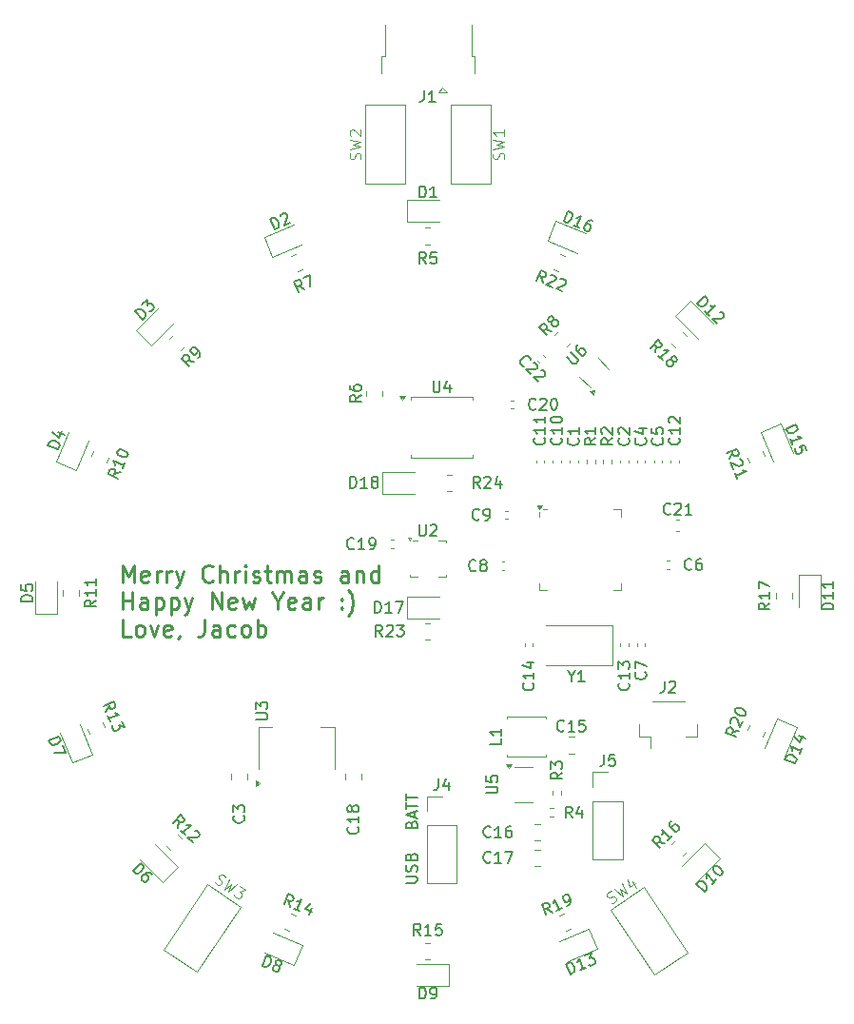
<source format=gbr>
%TF.GenerationSoftware,KiCad,Pcbnew,8.0.6*%
%TF.CreationDate,2024-11-25T23:55:31-05:00*%
%TF.ProjectId,Christmas Ornament 2024,43687269-7374-46d6-9173-204f726e616d,rev?*%
%TF.SameCoordinates,Original*%
%TF.FileFunction,Legend,Top*%
%TF.FilePolarity,Positive*%
%FSLAX46Y46*%
G04 Gerber Fmt 4.6, Leading zero omitted, Abs format (unit mm)*
G04 Created by KiCad (PCBNEW 8.0.6) date 2024-11-25 23:55:31*
%MOMM*%
%LPD*%
G01*
G04 APERTURE LIST*
%ADD10C,0.200000*%
%ADD11C,0.250000*%
%ADD12C,0.150000*%
%ADD13C,0.100000*%
%ADD14C,0.120000*%
G04 APERTURE END LIST*
D10*
X125052219Y-127286904D02*
X125861742Y-127286904D01*
X125861742Y-127286904D02*
X125956980Y-127239285D01*
X125956980Y-127239285D02*
X126004600Y-127191666D01*
X126004600Y-127191666D02*
X126052219Y-127096428D01*
X126052219Y-127096428D02*
X126052219Y-126905952D01*
X126052219Y-126905952D02*
X126004600Y-126810714D01*
X126004600Y-126810714D02*
X125956980Y-126763095D01*
X125956980Y-126763095D02*
X125861742Y-126715476D01*
X125861742Y-126715476D02*
X125052219Y-126715476D01*
X126004600Y-126286904D02*
X126052219Y-126144047D01*
X126052219Y-126144047D02*
X126052219Y-125905952D01*
X126052219Y-125905952D02*
X126004600Y-125810714D01*
X126004600Y-125810714D02*
X125956980Y-125763095D01*
X125956980Y-125763095D02*
X125861742Y-125715476D01*
X125861742Y-125715476D02*
X125766504Y-125715476D01*
X125766504Y-125715476D02*
X125671266Y-125763095D01*
X125671266Y-125763095D02*
X125623647Y-125810714D01*
X125623647Y-125810714D02*
X125576028Y-125905952D01*
X125576028Y-125905952D02*
X125528409Y-126096428D01*
X125528409Y-126096428D02*
X125480790Y-126191666D01*
X125480790Y-126191666D02*
X125433171Y-126239285D01*
X125433171Y-126239285D02*
X125337933Y-126286904D01*
X125337933Y-126286904D02*
X125242695Y-126286904D01*
X125242695Y-126286904D02*
X125147457Y-126239285D01*
X125147457Y-126239285D02*
X125099838Y-126191666D01*
X125099838Y-126191666D02*
X125052219Y-126096428D01*
X125052219Y-126096428D02*
X125052219Y-125858333D01*
X125052219Y-125858333D02*
X125099838Y-125715476D01*
X125528409Y-124953571D02*
X125576028Y-124810714D01*
X125576028Y-124810714D02*
X125623647Y-124763095D01*
X125623647Y-124763095D02*
X125718885Y-124715476D01*
X125718885Y-124715476D02*
X125861742Y-124715476D01*
X125861742Y-124715476D02*
X125956980Y-124763095D01*
X125956980Y-124763095D02*
X126004600Y-124810714D01*
X126004600Y-124810714D02*
X126052219Y-124905952D01*
X126052219Y-124905952D02*
X126052219Y-125286904D01*
X126052219Y-125286904D02*
X125052219Y-125286904D01*
X125052219Y-125286904D02*
X125052219Y-124953571D01*
X125052219Y-124953571D02*
X125099838Y-124858333D01*
X125099838Y-124858333D02*
X125147457Y-124810714D01*
X125147457Y-124810714D02*
X125242695Y-124763095D01*
X125242695Y-124763095D02*
X125337933Y-124763095D01*
X125337933Y-124763095D02*
X125433171Y-124810714D01*
X125433171Y-124810714D02*
X125480790Y-124858333D01*
X125480790Y-124858333D02*
X125528409Y-124953571D01*
X125528409Y-124953571D02*
X125528409Y-125286904D01*
X125553409Y-122094047D02*
X125601028Y-121951190D01*
X125601028Y-121951190D02*
X125648647Y-121903571D01*
X125648647Y-121903571D02*
X125743885Y-121855952D01*
X125743885Y-121855952D02*
X125886742Y-121855952D01*
X125886742Y-121855952D02*
X125981980Y-121903571D01*
X125981980Y-121903571D02*
X126029600Y-121951190D01*
X126029600Y-121951190D02*
X126077219Y-122046428D01*
X126077219Y-122046428D02*
X126077219Y-122427380D01*
X126077219Y-122427380D02*
X125077219Y-122427380D01*
X125077219Y-122427380D02*
X125077219Y-122094047D01*
X125077219Y-122094047D02*
X125124838Y-121998809D01*
X125124838Y-121998809D02*
X125172457Y-121951190D01*
X125172457Y-121951190D02*
X125267695Y-121903571D01*
X125267695Y-121903571D02*
X125362933Y-121903571D01*
X125362933Y-121903571D02*
X125458171Y-121951190D01*
X125458171Y-121951190D02*
X125505790Y-121998809D01*
X125505790Y-121998809D02*
X125553409Y-122094047D01*
X125553409Y-122094047D02*
X125553409Y-122427380D01*
X125791504Y-121474999D02*
X125791504Y-120998809D01*
X126077219Y-121570237D02*
X125077219Y-121236904D01*
X125077219Y-121236904D02*
X126077219Y-120903571D01*
X125077219Y-120713094D02*
X125077219Y-120141666D01*
X126077219Y-120427380D02*
X125077219Y-120427380D01*
X125077219Y-119951189D02*
X125077219Y-119379761D01*
X126077219Y-119665475D02*
X125077219Y-119665475D01*
D11*
X99846615Y-100523596D02*
X99846615Y-99023596D01*
X99846615Y-99023596D02*
X100346615Y-100095025D01*
X100346615Y-100095025D02*
X100846615Y-99023596D01*
X100846615Y-99023596D02*
X100846615Y-100523596D01*
X102132330Y-100452168D02*
X101989473Y-100523596D01*
X101989473Y-100523596D02*
X101703759Y-100523596D01*
X101703759Y-100523596D02*
X101560901Y-100452168D01*
X101560901Y-100452168D02*
X101489473Y-100309310D01*
X101489473Y-100309310D02*
X101489473Y-99737882D01*
X101489473Y-99737882D02*
X101560901Y-99595025D01*
X101560901Y-99595025D02*
X101703759Y-99523596D01*
X101703759Y-99523596D02*
X101989473Y-99523596D01*
X101989473Y-99523596D02*
X102132330Y-99595025D01*
X102132330Y-99595025D02*
X102203759Y-99737882D01*
X102203759Y-99737882D02*
X102203759Y-99880739D01*
X102203759Y-99880739D02*
X101489473Y-100023596D01*
X102846615Y-100523596D02*
X102846615Y-99523596D01*
X102846615Y-99809310D02*
X102918044Y-99666453D01*
X102918044Y-99666453D02*
X102989473Y-99595025D01*
X102989473Y-99595025D02*
X103132330Y-99523596D01*
X103132330Y-99523596D02*
X103275187Y-99523596D01*
X103775186Y-100523596D02*
X103775186Y-99523596D01*
X103775186Y-99809310D02*
X103846615Y-99666453D01*
X103846615Y-99666453D02*
X103918044Y-99595025D01*
X103918044Y-99595025D02*
X104060901Y-99523596D01*
X104060901Y-99523596D02*
X104203758Y-99523596D01*
X104560900Y-99523596D02*
X104918043Y-100523596D01*
X105275186Y-99523596D02*
X104918043Y-100523596D01*
X104918043Y-100523596D02*
X104775186Y-100880739D01*
X104775186Y-100880739D02*
X104703757Y-100952168D01*
X104703757Y-100952168D02*
X104560900Y-101023596D01*
X107846614Y-100380739D02*
X107775186Y-100452168D01*
X107775186Y-100452168D02*
X107560900Y-100523596D01*
X107560900Y-100523596D02*
X107418043Y-100523596D01*
X107418043Y-100523596D02*
X107203757Y-100452168D01*
X107203757Y-100452168D02*
X107060900Y-100309310D01*
X107060900Y-100309310D02*
X106989471Y-100166453D01*
X106989471Y-100166453D02*
X106918043Y-99880739D01*
X106918043Y-99880739D02*
X106918043Y-99666453D01*
X106918043Y-99666453D02*
X106989471Y-99380739D01*
X106989471Y-99380739D02*
X107060900Y-99237882D01*
X107060900Y-99237882D02*
X107203757Y-99095025D01*
X107203757Y-99095025D02*
X107418043Y-99023596D01*
X107418043Y-99023596D02*
X107560900Y-99023596D01*
X107560900Y-99023596D02*
X107775186Y-99095025D01*
X107775186Y-99095025D02*
X107846614Y-99166453D01*
X108489471Y-100523596D02*
X108489471Y-99023596D01*
X109132329Y-100523596D02*
X109132329Y-99737882D01*
X109132329Y-99737882D02*
X109060900Y-99595025D01*
X109060900Y-99595025D02*
X108918043Y-99523596D01*
X108918043Y-99523596D02*
X108703757Y-99523596D01*
X108703757Y-99523596D02*
X108560900Y-99595025D01*
X108560900Y-99595025D02*
X108489471Y-99666453D01*
X109846614Y-100523596D02*
X109846614Y-99523596D01*
X109846614Y-99809310D02*
X109918043Y-99666453D01*
X109918043Y-99666453D02*
X109989472Y-99595025D01*
X109989472Y-99595025D02*
X110132329Y-99523596D01*
X110132329Y-99523596D02*
X110275186Y-99523596D01*
X110775185Y-100523596D02*
X110775185Y-99523596D01*
X110775185Y-99023596D02*
X110703757Y-99095025D01*
X110703757Y-99095025D02*
X110775185Y-99166453D01*
X110775185Y-99166453D02*
X110846614Y-99095025D01*
X110846614Y-99095025D02*
X110775185Y-99023596D01*
X110775185Y-99023596D02*
X110775185Y-99166453D01*
X111418043Y-100452168D02*
X111560900Y-100523596D01*
X111560900Y-100523596D02*
X111846614Y-100523596D01*
X111846614Y-100523596D02*
X111989471Y-100452168D01*
X111989471Y-100452168D02*
X112060900Y-100309310D01*
X112060900Y-100309310D02*
X112060900Y-100237882D01*
X112060900Y-100237882D02*
X111989471Y-100095025D01*
X111989471Y-100095025D02*
X111846614Y-100023596D01*
X111846614Y-100023596D02*
X111632329Y-100023596D01*
X111632329Y-100023596D02*
X111489471Y-99952168D01*
X111489471Y-99952168D02*
X111418043Y-99809310D01*
X111418043Y-99809310D02*
X111418043Y-99737882D01*
X111418043Y-99737882D02*
X111489471Y-99595025D01*
X111489471Y-99595025D02*
X111632329Y-99523596D01*
X111632329Y-99523596D02*
X111846614Y-99523596D01*
X111846614Y-99523596D02*
X111989471Y-99595025D01*
X112489472Y-99523596D02*
X113060900Y-99523596D01*
X112703757Y-99023596D02*
X112703757Y-100309310D01*
X112703757Y-100309310D02*
X112775186Y-100452168D01*
X112775186Y-100452168D02*
X112918043Y-100523596D01*
X112918043Y-100523596D02*
X113060900Y-100523596D01*
X113560900Y-100523596D02*
X113560900Y-99523596D01*
X113560900Y-99666453D02*
X113632329Y-99595025D01*
X113632329Y-99595025D02*
X113775186Y-99523596D01*
X113775186Y-99523596D02*
X113989472Y-99523596D01*
X113989472Y-99523596D02*
X114132329Y-99595025D01*
X114132329Y-99595025D02*
X114203758Y-99737882D01*
X114203758Y-99737882D02*
X114203758Y-100523596D01*
X114203758Y-99737882D02*
X114275186Y-99595025D01*
X114275186Y-99595025D02*
X114418043Y-99523596D01*
X114418043Y-99523596D02*
X114632329Y-99523596D01*
X114632329Y-99523596D02*
X114775186Y-99595025D01*
X114775186Y-99595025D02*
X114846615Y-99737882D01*
X114846615Y-99737882D02*
X114846615Y-100523596D01*
X116203758Y-100523596D02*
X116203758Y-99737882D01*
X116203758Y-99737882D02*
X116132329Y-99595025D01*
X116132329Y-99595025D02*
X115989472Y-99523596D01*
X115989472Y-99523596D02*
X115703758Y-99523596D01*
X115703758Y-99523596D02*
X115560900Y-99595025D01*
X116203758Y-100452168D02*
X116060900Y-100523596D01*
X116060900Y-100523596D02*
X115703758Y-100523596D01*
X115703758Y-100523596D02*
X115560900Y-100452168D01*
X115560900Y-100452168D02*
X115489472Y-100309310D01*
X115489472Y-100309310D02*
X115489472Y-100166453D01*
X115489472Y-100166453D02*
X115560900Y-100023596D01*
X115560900Y-100023596D02*
X115703758Y-99952168D01*
X115703758Y-99952168D02*
X116060900Y-99952168D01*
X116060900Y-99952168D02*
X116203758Y-99880739D01*
X116846615Y-100452168D02*
X116989472Y-100523596D01*
X116989472Y-100523596D02*
X117275186Y-100523596D01*
X117275186Y-100523596D02*
X117418043Y-100452168D01*
X117418043Y-100452168D02*
X117489472Y-100309310D01*
X117489472Y-100309310D02*
X117489472Y-100237882D01*
X117489472Y-100237882D02*
X117418043Y-100095025D01*
X117418043Y-100095025D02*
X117275186Y-100023596D01*
X117275186Y-100023596D02*
X117060901Y-100023596D01*
X117060901Y-100023596D02*
X116918043Y-99952168D01*
X116918043Y-99952168D02*
X116846615Y-99809310D01*
X116846615Y-99809310D02*
X116846615Y-99737882D01*
X116846615Y-99737882D02*
X116918043Y-99595025D01*
X116918043Y-99595025D02*
X117060901Y-99523596D01*
X117060901Y-99523596D02*
X117275186Y-99523596D01*
X117275186Y-99523596D02*
X117418043Y-99595025D01*
X119918044Y-100523596D02*
X119918044Y-99737882D01*
X119918044Y-99737882D02*
X119846615Y-99595025D01*
X119846615Y-99595025D02*
X119703758Y-99523596D01*
X119703758Y-99523596D02*
X119418044Y-99523596D01*
X119418044Y-99523596D02*
X119275186Y-99595025D01*
X119918044Y-100452168D02*
X119775186Y-100523596D01*
X119775186Y-100523596D02*
X119418044Y-100523596D01*
X119418044Y-100523596D02*
X119275186Y-100452168D01*
X119275186Y-100452168D02*
X119203758Y-100309310D01*
X119203758Y-100309310D02*
X119203758Y-100166453D01*
X119203758Y-100166453D02*
X119275186Y-100023596D01*
X119275186Y-100023596D02*
X119418044Y-99952168D01*
X119418044Y-99952168D02*
X119775186Y-99952168D01*
X119775186Y-99952168D02*
X119918044Y-99880739D01*
X120632329Y-99523596D02*
X120632329Y-100523596D01*
X120632329Y-99666453D02*
X120703758Y-99595025D01*
X120703758Y-99595025D02*
X120846615Y-99523596D01*
X120846615Y-99523596D02*
X121060901Y-99523596D01*
X121060901Y-99523596D02*
X121203758Y-99595025D01*
X121203758Y-99595025D02*
X121275187Y-99737882D01*
X121275187Y-99737882D02*
X121275187Y-100523596D01*
X122632330Y-100523596D02*
X122632330Y-99023596D01*
X122632330Y-100452168D02*
X122489472Y-100523596D01*
X122489472Y-100523596D02*
X122203758Y-100523596D01*
X122203758Y-100523596D02*
X122060901Y-100452168D01*
X122060901Y-100452168D02*
X121989472Y-100380739D01*
X121989472Y-100380739D02*
X121918044Y-100237882D01*
X121918044Y-100237882D02*
X121918044Y-99809310D01*
X121918044Y-99809310D02*
X121989472Y-99666453D01*
X121989472Y-99666453D02*
X122060901Y-99595025D01*
X122060901Y-99595025D02*
X122203758Y-99523596D01*
X122203758Y-99523596D02*
X122489472Y-99523596D01*
X122489472Y-99523596D02*
X122632330Y-99595025D01*
X99846615Y-102938512D02*
X99846615Y-101438512D01*
X99846615Y-102152798D02*
X100703758Y-102152798D01*
X100703758Y-102938512D02*
X100703758Y-101438512D01*
X102060902Y-102938512D02*
X102060902Y-102152798D01*
X102060902Y-102152798D02*
X101989473Y-102009941D01*
X101989473Y-102009941D02*
X101846616Y-101938512D01*
X101846616Y-101938512D02*
X101560902Y-101938512D01*
X101560902Y-101938512D02*
X101418044Y-102009941D01*
X102060902Y-102867084D02*
X101918044Y-102938512D01*
X101918044Y-102938512D02*
X101560902Y-102938512D01*
X101560902Y-102938512D02*
X101418044Y-102867084D01*
X101418044Y-102867084D02*
X101346616Y-102724226D01*
X101346616Y-102724226D02*
X101346616Y-102581369D01*
X101346616Y-102581369D02*
X101418044Y-102438512D01*
X101418044Y-102438512D02*
X101560902Y-102367084D01*
X101560902Y-102367084D02*
X101918044Y-102367084D01*
X101918044Y-102367084D02*
X102060902Y-102295655D01*
X102775187Y-101938512D02*
X102775187Y-103438512D01*
X102775187Y-102009941D02*
X102918045Y-101938512D01*
X102918045Y-101938512D02*
X103203759Y-101938512D01*
X103203759Y-101938512D02*
X103346616Y-102009941D01*
X103346616Y-102009941D02*
X103418045Y-102081369D01*
X103418045Y-102081369D02*
X103489473Y-102224226D01*
X103489473Y-102224226D02*
X103489473Y-102652798D01*
X103489473Y-102652798D02*
X103418045Y-102795655D01*
X103418045Y-102795655D02*
X103346616Y-102867084D01*
X103346616Y-102867084D02*
X103203759Y-102938512D01*
X103203759Y-102938512D02*
X102918045Y-102938512D01*
X102918045Y-102938512D02*
X102775187Y-102867084D01*
X104132330Y-101938512D02*
X104132330Y-103438512D01*
X104132330Y-102009941D02*
X104275188Y-101938512D01*
X104275188Y-101938512D02*
X104560902Y-101938512D01*
X104560902Y-101938512D02*
X104703759Y-102009941D01*
X104703759Y-102009941D02*
X104775188Y-102081369D01*
X104775188Y-102081369D02*
X104846616Y-102224226D01*
X104846616Y-102224226D02*
X104846616Y-102652798D01*
X104846616Y-102652798D02*
X104775188Y-102795655D01*
X104775188Y-102795655D02*
X104703759Y-102867084D01*
X104703759Y-102867084D02*
X104560902Y-102938512D01*
X104560902Y-102938512D02*
X104275188Y-102938512D01*
X104275188Y-102938512D02*
X104132330Y-102867084D01*
X105346616Y-101938512D02*
X105703759Y-102938512D01*
X106060902Y-101938512D02*
X105703759Y-102938512D01*
X105703759Y-102938512D02*
X105560902Y-103295655D01*
X105560902Y-103295655D02*
X105489473Y-103367084D01*
X105489473Y-103367084D02*
X105346616Y-103438512D01*
X107775187Y-102938512D02*
X107775187Y-101438512D01*
X107775187Y-101438512D02*
X108632330Y-102938512D01*
X108632330Y-102938512D02*
X108632330Y-101438512D01*
X109918045Y-102867084D02*
X109775188Y-102938512D01*
X109775188Y-102938512D02*
X109489474Y-102938512D01*
X109489474Y-102938512D02*
X109346616Y-102867084D01*
X109346616Y-102867084D02*
X109275188Y-102724226D01*
X109275188Y-102724226D02*
X109275188Y-102152798D01*
X109275188Y-102152798D02*
X109346616Y-102009941D01*
X109346616Y-102009941D02*
X109489474Y-101938512D01*
X109489474Y-101938512D02*
X109775188Y-101938512D01*
X109775188Y-101938512D02*
X109918045Y-102009941D01*
X109918045Y-102009941D02*
X109989474Y-102152798D01*
X109989474Y-102152798D02*
X109989474Y-102295655D01*
X109989474Y-102295655D02*
X109275188Y-102438512D01*
X110489473Y-101938512D02*
X110775188Y-102938512D01*
X110775188Y-102938512D02*
X111060902Y-102224226D01*
X111060902Y-102224226D02*
X111346616Y-102938512D01*
X111346616Y-102938512D02*
X111632330Y-101938512D01*
X113632331Y-102224226D02*
X113632331Y-102938512D01*
X113132331Y-101438512D02*
X113632331Y-102224226D01*
X113632331Y-102224226D02*
X114132331Y-101438512D01*
X115203759Y-102867084D02*
X115060902Y-102938512D01*
X115060902Y-102938512D02*
X114775188Y-102938512D01*
X114775188Y-102938512D02*
X114632330Y-102867084D01*
X114632330Y-102867084D02*
X114560902Y-102724226D01*
X114560902Y-102724226D02*
X114560902Y-102152798D01*
X114560902Y-102152798D02*
X114632330Y-102009941D01*
X114632330Y-102009941D02*
X114775188Y-101938512D01*
X114775188Y-101938512D02*
X115060902Y-101938512D01*
X115060902Y-101938512D02*
X115203759Y-102009941D01*
X115203759Y-102009941D02*
X115275188Y-102152798D01*
X115275188Y-102152798D02*
X115275188Y-102295655D01*
X115275188Y-102295655D02*
X114560902Y-102438512D01*
X116560902Y-102938512D02*
X116560902Y-102152798D01*
X116560902Y-102152798D02*
X116489473Y-102009941D01*
X116489473Y-102009941D02*
X116346616Y-101938512D01*
X116346616Y-101938512D02*
X116060902Y-101938512D01*
X116060902Y-101938512D02*
X115918044Y-102009941D01*
X116560902Y-102867084D02*
X116418044Y-102938512D01*
X116418044Y-102938512D02*
X116060902Y-102938512D01*
X116060902Y-102938512D02*
X115918044Y-102867084D01*
X115918044Y-102867084D02*
X115846616Y-102724226D01*
X115846616Y-102724226D02*
X115846616Y-102581369D01*
X115846616Y-102581369D02*
X115918044Y-102438512D01*
X115918044Y-102438512D02*
X116060902Y-102367084D01*
X116060902Y-102367084D02*
X116418044Y-102367084D01*
X116418044Y-102367084D02*
X116560902Y-102295655D01*
X117275187Y-102938512D02*
X117275187Y-101938512D01*
X117275187Y-102224226D02*
X117346616Y-102081369D01*
X117346616Y-102081369D02*
X117418045Y-102009941D01*
X117418045Y-102009941D02*
X117560902Y-101938512D01*
X117560902Y-101938512D02*
X117703759Y-101938512D01*
X119346615Y-102795655D02*
X119418044Y-102867084D01*
X119418044Y-102867084D02*
X119346615Y-102938512D01*
X119346615Y-102938512D02*
X119275187Y-102867084D01*
X119275187Y-102867084D02*
X119346615Y-102795655D01*
X119346615Y-102795655D02*
X119346615Y-102938512D01*
X119346615Y-102009941D02*
X119418044Y-102081369D01*
X119418044Y-102081369D02*
X119346615Y-102152798D01*
X119346615Y-102152798D02*
X119275187Y-102081369D01*
X119275187Y-102081369D02*
X119346615Y-102009941D01*
X119346615Y-102009941D02*
X119346615Y-102152798D01*
X119918044Y-103509941D02*
X119989473Y-103438512D01*
X119989473Y-103438512D02*
X120132330Y-103224226D01*
X120132330Y-103224226D02*
X120203759Y-103081369D01*
X120203759Y-103081369D02*
X120275187Y-102867084D01*
X120275187Y-102867084D02*
X120346616Y-102509941D01*
X120346616Y-102509941D02*
X120346616Y-102224226D01*
X120346616Y-102224226D02*
X120275187Y-101867084D01*
X120275187Y-101867084D02*
X120203759Y-101652798D01*
X120203759Y-101652798D02*
X120132330Y-101509941D01*
X120132330Y-101509941D02*
X119989473Y-101295655D01*
X119989473Y-101295655D02*
X119918044Y-101224226D01*
X100560901Y-105353428D02*
X99846615Y-105353428D01*
X99846615Y-105353428D02*
X99846615Y-103853428D01*
X101275187Y-105353428D02*
X101132330Y-105282000D01*
X101132330Y-105282000D02*
X101060901Y-105210571D01*
X101060901Y-105210571D02*
X100989473Y-105067714D01*
X100989473Y-105067714D02*
X100989473Y-104639142D01*
X100989473Y-104639142D02*
X101060901Y-104496285D01*
X101060901Y-104496285D02*
X101132330Y-104424857D01*
X101132330Y-104424857D02*
X101275187Y-104353428D01*
X101275187Y-104353428D02*
X101489473Y-104353428D01*
X101489473Y-104353428D02*
X101632330Y-104424857D01*
X101632330Y-104424857D02*
X101703759Y-104496285D01*
X101703759Y-104496285D02*
X101775187Y-104639142D01*
X101775187Y-104639142D02*
X101775187Y-105067714D01*
X101775187Y-105067714D02*
X101703759Y-105210571D01*
X101703759Y-105210571D02*
X101632330Y-105282000D01*
X101632330Y-105282000D02*
X101489473Y-105353428D01*
X101489473Y-105353428D02*
X101275187Y-105353428D01*
X102275187Y-104353428D02*
X102632330Y-105353428D01*
X102632330Y-105353428D02*
X102989473Y-104353428D01*
X104132330Y-105282000D02*
X103989473Y-105353428D01*
X103989473Y-105353428D02*
X103703759Y-105353428D01*
X103703759Y-105353428D02*
X103560901Y-105282000D01*
X103560901Y-105282000D02*
X103489473Y-105139142D01*
X103489473Y-105139142D02*
X103489473Y-104567714D01*
X103489473Y-104567714D02*
X103560901Y-104424857D01*
X103560901Y-104424857D02*
X103703759Y-104353428D01*
X103703759Y-104353428D02*
X103989473Y-104353428D01*
X103989473Y-104353428D02*
X104132330Y-104424857D01*
X104132330Y-104424857D02*
X104203759Y-104567714D01*
X104203759Y-104567714D02*
X104203759Y-104710571D01*
X104203759Y-104710571D02*
X103489473Y-104853428D01*
X104918044Y-105282000D02*
X104918044Y-105353428D01*
X104918044Y-105353428D02*
X104846615Y-105496285D01*
X104846615Y-105496285D02*
X104775187Y-105567714D01*
X107132330Y-103853428D02*
X107132330Y-104924857D01*
X107132330Y-104924857D02*
X107060901Y-105139142D01*
X107060901Y-105139142D02*
X106918044Y-105282000D01*
X106918044Y-105282000D02*
X106703758Y-105353428D01*
X106703758Y-105353428D02*
X106560901Y-105353428D01*
X108489473Y-105353428D02*
X108489473Y-104567714D01*
X108489473Y-104567714D02*
X108418044Y-104424857D01*
X108418044Y-104424857D02*
X108275187Y-104353428D01*
X108275187Y-104353428D02*
X107989473Y-104353428D01*
X107989473Y-104353428D02*
X107846615Y-104424857D01*
X108489473Y-105282000D02*
X108346615Y-105353428D01*
X108346615Y-105353428D02*
X107989473Y-105353428D01*
X107989473Y-105353428D02*
X107846615Y-105282000D01*
X107846615Y-105282000D02*
X107775187Y-105139142D01*
X107775187Y-105139142D02*
X107775187Y-104996285D01*
X107775187Y-104996285D02*
X107846615Y-104853428D01*
X107846615Y-104853428D02*
X107989473Y-104782000D01*
X107989473Y-104782000D02*
X108346615Y-104782000D01*
X108346615Y-104782000D02*
X108489473Y-104710571D01*
X109846616Y-105282000D02*
X109703758Y-105353428D01*
X109703758Y-105353428D02*
X109418044Y-105353428D01*
X109418044Y-105353428D02*
X109275187Y-105282000D01*
X109275187Y-105282000D02*
X109203758Y-105210571D01*
X109203758Y-105210571D02*
X109132330Y-105067714D01*
X109132330Y-105067714D02*
X109132330Y-104639142D01*
X109132330Y-104639142D02*
X109203758Y-104496285D01*
X109203758Y-104496285D02*
X109275187Y-104424857D01*
X109275187Y-104424857D02*
X109418044Y-104353428D01*
X109418044Y-104353428D02*
X109703758Y-104353428D01*
X109703758Y-104353428D02*
X109846616Y-104424857D01*
X110703758Y-105353428D02*
X110560901Y-105282000D01*
X110560901Y-105282000D02*
X110489472Y-105210571D01*
X110489472Y-105210571D02*
X110418044Y-105067714D01*
X110418044Y-105067714D02*
X110418044Y-104639142D01*
X110418044Y-104639142D02*
X110489472Y-104496285D01*
X110489472Y-104496285D02*
X110560901Y-104424857D01*
X110560901Y-104424857D02*
X110703758Y-104353428D01*
X110703758Y-104353428D02*
X110918044Y-104353428D01*
X110918044Y-104353428D02*
X111060901Y-104424857D01*
X111060901Y-104424857D02*
X111132330Y-104496285D01*
X111132330Y-104496285D02*
X111203758Y-104639142D01*
X111203758Y-104639142D02*
X111203758Y-105067714D01*
X111203758Y-105067714D02*
X111132330Y-105210571D01*
X111132330Y-105210571D02*
X111060901Y-105282000D01*
X111060901Y-105282000D02*
X110918044Y-105353428D01*
X110918044Y-105353428D02*
X110703758Y-105353428D01*
X111846615Y-105353428D02*
X111846615Y-103853428D01*
X111846615Y-104424857D02*
X111989473Y-104353428D01*
X111989473Y-104353428D02*
X112275187Y-104353428D01*
X112275187Y-104353428D02*
X112418044Y-104424857D01*
X112418044Y-104424857D02*
X112489473Y-104496285D01*
X112489473Y-104496285D02*
X112560901Y-104639142D01*
X112560901Y-104639142D02*
X112560901Y-105067714D01*
X112560901Y-105067714D02*
X112489473Y-105210571D01*
X112489473Y-105210571D02*
X112418044Y-105282000D01*
X112418044Y-105282000D02*
X112275187Y-105353428D01*
X112275187Y-105353428D02*
X111989473Y-105353428D01*
X111989473Y-105353428D02*
X111846615Y-105282000D01*
D12*
X144859580Y-109527857D02*
X144907200Y-109575476D01*
X144907200Y-109575476D02*
X144954819Y-109718333D01*
X144954819Y-109718333D02*
X144954819Y-109813571D01*
X144954819Y-109813571D02*
X144907200Y-109956428D01*
X144907200Y-109956428D02*
X144811961Y-110051666D01*
X144811961Y-110051666D02*
X144716723Y-110099285D01*
X144716723Y-110099285D02*
X144526247Y-110146904D01*
X144526247Y-110146904D02*
X144383390Y-110146904D01*
X144383390Y-110146904D02*
X144192914Y-110099285D01*
X144192914Y-110099285D02*
X144097676Y-110051666D01*
X144097676Y-110051666D02*
X144002438Y-109956428D01*
X144002438Y-109956428D02*
X143954819Y-109813571D01*
X143954819Y-109813571D02*
X143954819Y-109718333D01*
X143954819Y-109718333D02*
X144002438Y-109575476D01*
X144002438Y-109575476D02*
X144050057Y-109527857D01*
X144954819Y-108575476D02*
X144954819Y-109146904D01*
X144954819Y-108861190D02*
X143954819Y-108861190D01*
X143954819Y-108861190D02*
X144097676Y-108956428D01*
X144097676Y-108956428D02*
X144192914Y-109051666D01*
X144192914Y-109051666D02*
X144240533Y-109146904D01*
X143954819Y-108242142D02*
X143954819Y-107623095D01*
X143954819Y-107623095D02*
X144335771Y-107956428D01*
X144335771Y-107956428D02*
X144335771Y-107813571D01*
X144335771Y-107813571D02*
X144383390Y-107718333D01*
X144383390Y-107718333D02*
X144431009Y-107670714D01*
X144431009Y-107670714D02*
X144526247Y-107623095D01*
X144526247Y-107623095D02*
X144764342Y-107623095D01*
X144764342Y-107623095D02*
X144859580Y-107670714D01*
X144859580Y-107670714D02*
X144907200Y-107718333D01*
X144907200Y-107718333D02*
X144954819Y-107813571D01*
X144954819Y-107813571D02*
X144954819Y-108099285D01*
X144954819Y-108099285D02*
X144907200Y-108194523D01*
X144907200Y-108194523D02*
X144859580Y-108242142D01*
X101632967Y-77176791D02*
X100925861Y-76469684D01*
X100925861Y-76469684D02*
X101094219Y-76301325D01*
X101094219Y-76301325D02*
X101228906Y-76233982D01*
X101228906Y-76233982D02*
X101363593Y-76233982D01*
X101363593Y-76233982D02*
X101464609Y-76267654D01*
X101464609Y-76267654D02*
X101632967Y-76368669D01*
X101632967Y-76368669D02*
X101733983Y-76469684D01*
X101733983Y-76469684D02*
X101834998Y-76638043D01*
X101834998Y-76638043D02*
X101868670Y-76739058D01*
X101868670Y-76739058D02*
X101868670Y-76873745D01*
X101868670Y-76873745D02*
X101801326Y-77008432D01*
X101801326Y-77008432D02*
X101632967Y-77176791D01*
X101565624Y-75829921D02*
X102003357Y-75392188D01*
X102003357Y-75392188D02*
X102037028Y-75897264D01*
X102037028Y-75897264D02*
X102138044Y-75796249D01*
X102138044Y-75796249D02*
X102239059Y-75762577D01*
X102239059Y-75762577D02*
X102306402Y-75762577D01*
X102306402Y-75762577D02*
X102407418Y-75796249D01*
X102407418Y-75796249D02*
X102575776Y-75964608D01*
X102575776Y-75964608D02*
X102609448Y-76065623D01*
X102609448Y-76065623D02*
X102609448Y-76132967D01*
X102609448Y-76132967D02*
X102575776Y-76233982D01*
X102575776Y-76233982D02*
X102373746Y-76436012D01*
X102373746Y-76436012D02*
X102272731Y-76469684D01*
X102272731Y-76469684D02*
X102205387Y-76469684D01*
X144859580Y-87734166D02*
X144907200Y-87781785D01*
X144907200Y-87781785D02*
X144954819Y-87924642D01*
X144954819Y-87924642D02*
X144954819Y-88019880D01*
X144954819Y-88019880D02*
X144907200Y-88162737D01*
X144907200Y-88162737D02*
X144811961Y-88257975D01*
X144811961Y-88257975D02*
X144716723Y-88305594D01*
X144716723Y-88305594D02*
X144526247Y-88353213D01*
X144526247Y-88353213D02*
X144383390Y-88353213D01*
X144383390Y-88353213D02*
X144192914Y-88305594D01*
X144192914Y-88305594D02*
X144097676Y-88257975D01*
X144097676Y-88257975D02*
X144002438Y-88162737D01*
X144002438Y-88162737D02*
X143954819Y-88019880D01*
X143954819Y-88019880D02*
X143954819Y-87924642D01*
X143954819Y-87924642D02*
X144002438Y-87781785D01*
X144002438Y-87781785D02*
X144050057Y-87734166D01*
X144050057Y-87353213D02*
X144002438Y-87305594D01*
X144002438Y-87305594D02*
X143954819Y-87210356D01*
X143954819Y-87210356D02*
X143954819Y-86972261D01*
X143954819Y-86972261D02*
X144002438Y-86877023D01*
X144002438Y-86877023D02*
X144050057Y-86829404D01*
X144050057Y-86829404D02*
X144145295Y-86781785D01*
X144145295Y-86781785D02*
X144240533Y-86781785D01*
X144240533Y-86781785D02*
X144383390Y-86829404D01*
X144383390Y-86829404D02*
X144954819Y-87400832D01*
X144954819Y-87400832D02*
X144954819Y-86781785D01*
X138859580Y-87710357D02*
X138907200Y-87757976D01*
X138907200Y-87757976D02*
X138954819Y-87900833D01*
X138954819Y-87900833D02*
X138954819Y-87996071D01*
X138954819Y-87996071D02*
X138907200Y-88138928D01*
X138907200Y-88138928D02*
X138811961Y-88234166D01*
X138811961Y-88234166D02*
X138716723Y-88281785D01*
X138716723Y-88281785D02*
X138526247Y-88329404D01*
X138526247Y-88329404D02*
X138383390Y-88329404D01*
X138383390Y-88329404D02*
X138192914Y-88281785D01*
X138192914Y-88281785D02*
X138097676Y-88234166D01*
X138097676Y-88234166D02*
X138002438Y-88138928D01*
X138002438Y-88138928D02*
X137954819Y-87996071D01*
X137954819Y-87996071D02*
X137954819Y-87900833D01*
X137954819Y-87900833D02*
X138002438Y-87757976D01*
X138002438Y-87757976D02*
X138050057Y-87710357D01*
X138954819Y-86757976D02*
X138954819Y-87329404D01*
X138954819Y-87043690D02*
X137954819Y-87043690D01*
X137954819Y-87043690D02*
X138097676Y-87138928D01*
X138097676Y-87138928D02*
X138192914Y-87234166D01*
X138192914Y-87234166D02*
X138240533Y-87329404D01*
X137954819Y-86138928D02*
X137954819Y-86043690D01*
X137954819Y-86043690D02*
X138002438Y-85948452D01*
X138002438Y-85948452D02*
X138050057Y-85900833D01*
X138050057Y-85900833D02*
X138145295Y-85853214D01*
X138145295Y-85853214D02*
X138335771Y-85805595D01*
X138335771Y-85805595D02*
X138573866Y-85805595D01*
X138573866Y-85805595D02*
X138764342Y-85853214D01*
X138764342Y-85853214D02*
X138859580Y-85900833D01*
X138859580Y-85900833D02*
X138907200Y-85948452D01*
X138907200Y-85948452D02*
X138954819Y-86043690D01*
X138954819Y-86043690D02*
X138954819Y-86138928D01*
X138954819Y-86138928D02*
X138907200Y-86234166D01*
X138907200Y-86234166D02*
X138859580Y-86281785D01*
X138859580Y-86281785D02*
X138764342Y-86329404D01*
X138764342Y-86329404D02*
X138573866Y-86377023D01*
X138573866Y-86377023D02*
X138335771Y-86377023D01*
X138335771Y-86377023D02*
X138145295Y-86329404D01*
X138145295Y-86329404D02*
X138050057Y-86281785D01*
X138050057Y-86281785D02*
X138002438Y-86234166D01*
X138002438Y-86234166D02*
X137954819Y-86138928D01*
X100739756Y-126216419D02*
X101446863Y-125509313D01*
X101446863Y-125509313D02*
X101615222Y-125677671D01*
X101615222Y-125677671D02*
X101682565Y-125812358D01*
X101682565Y-125812358D02*
X101682565Y-125947045D01*
X101682565Y-125947045D02*
X101648893Y-126048061D01*
X101648893Y-126048061D02*
X101547878Y-126216419D01*
X101547878Y-126216419D02*
X101446863Y-126317435D01*
X101446863Y-126317435D02*
X101278504Y-126418450D01*
X101278504Y-126418450D02*
X101177489Y-126452122D01*
X101177489Y-126452122D02*
X101042802Y-126452122D01*
X101042802Y-126452122D02*
X100908115Y-126384778D01*
X100908115Y-126384778D02*
X100739756Y-126216419D01*
X102457015Y-126519465D02*
X102322328Y-126384778D01*
X102322328Y-126384778D02*
X102221313Y-126351106D01*
X102221313Y-126351106D02*
X102153970Y-126351106D01*
X102153970Y-126351106D02*
X101985611Y-126384778D01*
X101985611Y-126384778D02*
X101817252Y-126485793D01*
X101817252Y-126485793D02*
X101547878Y-126755167D01*
X101547878Y-126755167D02*
X101514206Y-126856183D01*
X101514206Y-126856183D02*
X101514206Y-126923526D01*
X101514206Y-126923526D02*
X101547878Y-127024541D01*
X101547878Y-127024541D02*
X101682565Y-127159228D01*
X101682565Y-127159228D02*
X101783580Y-127192900D01*
X101783580Y-127192900D02*
X101850924Y-127192900D01*
X101850924Y-127192900D02*
X101951939Y-127159228D01*
X101951939Y-127159228D02*
X102120298Y-126990870D01*
X102120298Y-126990870D02*
X102153970Y-126889854D01*
X102153970Y-126889854D02*
X102153970Y-126822511D01*
X102153970Y-126822511D02*
X102120298Y-126721496D01*
X102120298Y-126721496D02*
X101985611Y-126586809D01*
X101985611Y-126586809D02*
X101884596Y-126553137D01*
X101884596Y-126553137D02*
X101817252Y-126553137D01*
X101817252Y-126553137D02*
X101716237Y-126586809D01*
X97454819Y-102142857D02*
X96978628Y-102476190D01*
X97454819Y-102714285D02*
X96454819Y-102714285D01*
X96454819Y-102714285D02*
X96454819Y-102333333D01*
X96454819Y-102333333D02*
X96502438Y-102238095D01*
X96502438Y-102238095D02*
X96550057Y-102190476D01*
X96550057Y-102190476D02*
X96645295Y-102142857D01*
X96645295Y-102142857D02*
X96788152Y-102142857D01*
X96788152Y-102142857D02*
X96883390Y-102190476D01*
X96883390Y-102190476D02*
X96931009Y-102238095D01*
X96931009Y-102238095D02*
X96978628Y-102333333D01*
X96978628Y-102333333D02*
X96978628Y-102714285D01*
X97454819Y-101190476D02*
X97454819Y-101761904D01*
X97454819Y-101476190D02*
X96454819Y-101476190D01*
X96454819Y-101476190D02*
X96597676Y-101571428D01*
X96597676Y-101571428D02*
X96692914Y-101666666D01*
X96692914Y-101666666D02*
X96740533Y-101761904D01*
X97454819Y-100238095D02*
X97454819Y-100809523D01*
X97454819Y-100523809D02*
X96454819Y-100523809D01*
X96454819Y-100523809D02*
X96597676Y-100619047D01*
X96597676Y-100619047D02*
X96692914Y-100714285D01*
X96692914Y-100714285D02*
X96740533Y-100809523D01*
X127488095Y-82644819D02*
X127488095Y-83454342D01*
X127488095Y-83454342D02*
X127535714Y-83549580D01*
X127535714Y-83549580D02*
X127583333Y-83597200D01*
X127583333Y-83597200D02*
X127678571Y-83644819D01*
X127678571Y-83644819D02*
X127869047Y-83644819D01*
X127869047Y-83644819D02*
X127964285Y-83597200D01*
X127964285Y-83597200D02*
X128011904Y-83549580D01*
X128011904Y-83549580D02*
X128059523Y-83454342D01*
X128059523Y-83454342D02*
X128059523Y-82644819D01*
X128964285Y-82978152D02*
X128964285Y-83644819D01*
X128726190Y-82597200D02*
X128488095Y-83311485D01*
X128488095Y-83311485D02*
X129107142Y-83311485D01*
D13*
X133759800Y-62928332D02*
X133807419Y-62785475D01*
X133807419Y-62785475D02*
X133807419Y-62547380D01*
X133807419Y-62547380D02*
X133759800Y-62452142D01*
X133759800Y-62452142D02*
X133712180Y-62404523D01*
X133712180Y-62404523D02*
X133616942Y-62356904D01*
X133616942Y-62356904D02*
X133521704Y-62356904D01*
X133521704Y-62356904D02*
X133426466Y-62404523D01*
X133426466Y-62404523D02*
X133378847Y-62452142D01*
X133378847Y-62452142D02*
X133331228Y-62547380D01*
X133331228Y-62547380D02*
X133283609Y-62737856D01*
X133283609Y-62737856D02*
X133235990Y-62833094D01*
X133235990Y-62833094D02*
X133188371Y-62880713D01*
X133188371Y-62880713D02*
X133093133Y-62928332D01*
X133093133Y-62928332D02*
X132997895Y-62928332D01*
X132997895Y-62928332D02*
X132902657Y-62880713D01*
X132902657Y-62880713D02*
X132855038Y-62833094D01*
X132855038Y-62833094D02*
X132807419Y-62737856D01*
X132807419Y-62737856D02*
X132807419Y-62499761D01*
X132807419Y-62499761D02*
X132855038Y-62356904D01*
X132807419Y-62023570D02*
X133807419Y-61785475D01*
X133807419Y-61785475D02*
X133093133Y-61594999D01*
X133093133Y-61594999D02*
X133807419Y-61404523D01*
X133807419Y-61404523D02*
X132807419Y-61166428D01*
X133807419Y-60261666D02*
X133807419Y-60833094D01*
X133807419Y-60547380D02*
X132807419Y-60547380D01*
X132807419Y-60547380D02*
X132950276Y-60642618D01*
X132950276Y-60642618D02*
X133045514Y-60737856D01*
X133045514Y-60737856D02*
X133093133Y-60833094D01*
D12*
X138974819Y-117466666D02*
X138498628Y-117799999D01*
X138974819Y-118038094D02*
X137974819Y-118038094D01*
X137974819Y-118038094D02*
X137974819Y-117657142D01*
X137974819Y-117657142D02*
X138022438Y-117561904D01*
X138022438Y-117561904D02*
X138070057Y-117514285D01*
X138070057Y-117514285D02*
X138165295Y-117466666D01*
X138165295Y-117466666D02*
X138308152Y-117466666D01*
X138308152Y-117466666D02*
X138403390Y-117514285D01*
X138403390Y-117514285D02*
X138451009Y-117561904D01*
X138451009Y-117561904D02*
X138498628Y-117657142D01*
X138498628Y-117657142D02*
X138498628Y-118038094D01*
X137974819Y-117133332D02*
X137974819Y-116514285D01*
X137974819Y-116514285D02*
X138355771Y-116847618D01*
X138355771Y-116847618D02*
X138355771Y-116704761D01*
X138355771Y-116704761D02*
X138403390Y-116609523D01*
X138403390Y-116609523D02*
X138451009Y-116561904D01*
X138451009Y-116561904D02*
X138546247Y-116514285D01*
X138546247Y-116514285D02*
X138784342Y-116514285D01*
X138784342Y-116514285D02*
X138879580Y-116561904D01*
X138879580Y-116561904D02*
X138927200Y-116609523D01*
X138927200Y-116609523D02*
X138974819Y-116704761D01*
X138974819Y-116704761D02*
X138974819Y-116990475D01*
X138974819Y-116990475D02*
X138927200Y-117085713D01*
X138927200Y-117085713D02*
X138879580Y-117133332D01*
X148066666Y-109354819D02*
X148066666Y-110069104D01*
X148066666Y-110069104D02*
X148019047Y-110211961D01*
X148019047Y-110211961D02*
X147923809Y-110307200D01*
X147923809Y-110307200D02*
X147780952Y-110354819D01*
X147780952Y-110354819D02*
X147685714Y-110354819D01*
X148495238Y-109450057D02*
X148542857Y-109402438D01*
X148542857Y-109402438D02*
X148638095Y-109354819D01*
X148638095Y-109354819D02*
X148876190Y-109354819D01*
X148876190Y-109354819D02*
X148971428Y-109402438D01*
X148971428Y-109402438D02*
X149019047Y-109450057D01*
X149019047Y-109450057D02*
X149066666Y-109545295D01*
X149066666Y-109545295D02*
X149066666Y-109640533D01*
X149066666Y-109640533D02*
X149019047Y-109783390D01*
X149019047Y-109783390D02*
X148447619Y-110354819D01*
X148447619Y-110354819D02*
X149066666Y-110354819D01*
X98333791Y-112080129D02*
X98646172Y-111589939D01*
X98115114Y-111552197D02*
X99038994Y-111169514D01*
X99038994Y-111169514D02*
X99184778Y-111521468D01*
X99184778Y-111521468D02*
X99177230Y-111627680D01*
X99177230Y-111627680D02*
X99151459Y-111689897D01*
X99151459Y-111689897D02*
X99081693Y-111770337D01*
X99081693Y-111770337D02*
X98949710Y-111825006D01*
X98949710Y-111825006D02*
X98843499Y-111817458D01*
X98843499Y-111817458D02*
X98781282Y-111791687D01*
X98781282Y-111791687D02*
X98700841Y-111721921D01*
X98700841Y-111721921D02*
X98555057Y-111369967D01*
X98698251Y-112960014D02*
X98479575Y-112432083D01*
X98588913Y-112696048D02*
X99512793Y-112313365D01*
X99512793Y-112313365D02*
X99344364Y-112280045D01*
X99344364Y-112280045D02*
X99219929Y-112228503D01*
X99219929Y-112228503D02*
X99139489Y-112158737D01*
X99749692Y-112885290D02*
X99986591Y-113457216D01*
X99986591Y-113457216D02*
X99507076Y-113295040D01*
X99507076Y-113295040D02*
X99561745Y-113427023D01*
X99561745Y-113427023D02*
X99554197Y-113533234D01*
X99554197Y-113533234D02*
X99528425Y-113595452D01*
X99528425Y-113595452D02*
X99458660Y-113675892D01*
X99458660Y-113675892D02*
X99238689Y-113767007D01*
X99238689Y-113767007D02*
X99132477Y-113759459D01*
X99132477Y-113759459D02*
X99070260Y-113733688D01*
X99070260Y-113733688D02*
X98989819Y-113663922D01*
X98989819Y-113663922D02*
X98880481Y-113399957D01*
X98880481Y-113399957D02*
X98888030Y-113293745D01*
X98888030Y-113293745D02*
X98913801Y-113231528D01*
X120432142Y-97514580D02*
X120384523Y-97562200D01*
X120384523Y-97562200D02*
X120241666Y-97609819D01*
X120241666Y-97609819D02*
X120146428Y-97609819D01*
X120146428Y-97609819D02*
X120003571Y-97562200D01*
X120003571Y-97562200D02*
X119908333Y-97466961D01*
X119908333Y-97466961D02*
X119860714Y-97371723D01*
X119860714Y-97371723D02*
X119813095Y-97181247D01*
X119813095Y-97181247D02*
X119813095Y-97038390D01*
X119813095Y-97038390D02*
X119860714Y-96847914D01*
X119860714Y-96847914D02*
X119908333Y-96752676D01*
X119908333Y-96752676D02*
X120003571Y-96657438D01*
X120003571Y-96657438D02*
X120146428Y-96609819D01*
X120146428Y-96609819D02*
X120241666Y-96609819D01*
X120241666Y-96609819D02*
X120384523Y-96657438D01*
X120384523Y-96657438D02*
X120432142Y-96705057D01*
X121384523Y-97609819D02*
X120813095Y-97609819D01*
X121098809Y-97609819D02*
X121098809Y-96609819D01*
X121098809Y-96609819D02*
X121003571Y-96752676D01*
X121003571Y-96752676D02*
X120908333Y-96847914D01*
X120908333Y-96847914D02*
X120813095Y-96895533D01*
X121860714Y-97609819D02*
X122051190Y-97609819D01*
X122051190Y-97609819D02*
X122146428Y-97562200D01*
X122146428Y-97562200D02*
X122194047Y-97514580D01*
X122194047Y-97514580D02*
X122289285Y-97371723D01*
X122289285Y-97371723D02*
X122336904Y-97181247D01*
X122336904Y-97181247D02*
X122336904Y-96800295D01*
X122336904Y-96800295D02*
X122289285Y-96705057D01*
X122289285Y-96705057D02*
X122241666Y-96657438D01*
X122241666Y-96657438D02*
X122146428Y-96609819D01*
X122146428Y-96609819D02*
X121955952Y-96609819D01*
X121955952Y-96609819D02*
X121860714Y-96657438D01*
X121860714Y-96657438D02*
X121813095Y-96705057D01*
X121813095Y-96705057D02*
X121765476Y-96800295D01*
X121765476Y-96800295D02*
X121765476Y-97038390D01*
X121765476Y-97038390D02*
X121813095Y-97133628D01*
X121813095Y-97133628D02*
X121860714Y-97181247D01*
X121860714Y-97181247D02*
X121955952Y-97228866D01*
X121955952Y-97228866D02*
X122146428Y-97228866D01*
X122146428Y-97228866D02*
X122241666Y-97181247D01*
X122241666Y-97181247D02*
X122289285Y-97133628D01*
X122289285Y-97133628D02*
X122336904Y-97038390D01*
X139853333Y-121504819D02*
X139520000Y-121028628D01*
X139281905Y-121504819D02*
X139281905Y-120504819D01*
X139281905Y-120504819D02*
X139662857Y-120504819D01*
X139662857Y-120504819D02*
X139758095Y-120552438D01*
X139758095Y-120552438D02*
X139805714Y-120600057D01*
X139805714Y-120600057D02*
X139853333Y-120695295D01*
X139853333Y-120695295D02*
X139853333Y-120838152D01*
X139853333Y-120838152D02*
X139805714Y-120933390D01*
X139805714Y-120933390D02*
X139758095Y-120981009D01*
X139758095Y-120981009D02*
X139662857Y-121028628D01*
X139662857Y-121028628D02*
X139281905Y-121028628D01*
X140710476Y-120838152D02*
X140710476Y-121504819D01*
X140472381Y-120457200D02*
X140234286Y-121171485D01*
X140234286Y-121171485D02*
X140853333Y-121171485D01*
X131583333Y-94927080D02*
X131535714Y-94974700D01*
X131535714Y-94974700D02*
X131392857Y-95022319D01*
X131392857Y-95022319D02*
X131297619Y-95022319D01*
X131297619Y-95022319D02*
X131154762Y-94974700D01*
X131154762Y-94974700D02*
X131059524Y-94879461D01*
X131059524Y-94879461D02*
X131011905Y-94784223D01*
X131011905Y-94784223D02*
X130964286Y-94593747D01*
X130964286Y-94593747D02*
X130964286Y-94450890D01*
X130964286Y-94450890D02*
X131011905Y-94260414D01*
X131011905Y-94260414D02*
X131059524Y-94165176D01*
X131059524Y-94165176D02*
X131154762Y-94069938D01*
X131154762Y-94069938D02*
X131297619Y-94022319D01*
X131297619Y-94022319D02*
X131392857Y-94022319D01*
X131392857Y-94022319D02*
X131535714Y-94069938D01*
X131535714Y-94069938D02*
X131583333Y-94117557D01*
X132059524Y-95022319D02*
X132250000Y-95022319D01*
X132250000Y-95022319D02*
X132345238Y-94974700D01*
X132345238Y-94974700D02*
X132392857Y-94927080D01*
X132392857Y-94927080D02*
X132488095Y-94784223D01*
X132488095Y-94784223D02*
X132535714Y-94593747D01*
X132535714Y-94593747D02*
X132535714Y-94212795D01*
X132535714Y-94212795D02*
X132488095Y-94117557D01*
X132488095Y-94117557D02*
X132440476Y-94069938D01*
X132440476Y-94069938D02*
X132345238Y-94022319D01*
X132345238Y-94022319D02*
X132154762Y-94022319D01*
X132154762Y-94022319D02*
X132059524Y-94069938D01*
X132059524Y-94069938D02*
X132011905Y-94117557D01*
X132011905Y-94117557D02*
X131964286Y-94212795D01*
X131964286Y-94212795D02*
X131964286Y-94450890D01*
X131964286Y-94450890D02*
X132011905Y-94546128D01*
X132011905Y-94546128D02*
X132059524Y-94593747D01*
X132059524Y-94593747D02*
X132154762Y-94641366D01*
X132154762Y-94641366D02*
X132345238Y-94641366D01*
X132345238Y-94641366D02*
X132440476Y-94593747D01*
X132440476Y-94593747D02*
X132488095Y-94546128D01*
X132488095Y-94546128D02*
X132535714Y-94450890D01*
X150483333Y-99359580D02*
X150435714Y-99407200D01*
X150435714Y-99407200D02*
X150292857Y-99454819D01*
X150292857Y-99454819D02*
X150197619Y-99454819D01*
X150197619Y-99454819D02*
X150054762Y-99407200D01*
X150054762Y-99407200D02*
X149959524Y-99311961D01*
X149959524Y-99311961D02*
X149911905Y-99216723D01*
X149911905Y-99216723D02*
X149864286Y-99026247D01*
X149864286Y-99026247D02*
X149864286Y-98883390D01*
X149864286Y-98883390D02*
X149911905Y-98692914D01*
X149911905Y-98692914D02*
X149959524Y-98597676D01*
X149959524Y-98597676D02*
X150054762Y-98502438D01*
X150054762Y-98502438D02*
X150197619Y-98454819D01*
X150197619Y-98454819D02*
X150292857Y-98454819D01*
X150292857Y-98454819D02*
X150435714Y-98502438D01*
X150435714Y-98502438D02*
X150483333Y-98550057D01*
X151340476Y-98454819D02*
X151150000Y-98454819D01*
X151150000Y-98454819D02*
X151054762Y-98502438D01*
X151054762Y-98502438D02*
X151007143Y-98550057D01*
X151007143Y-98550057D02*
X150911905Y-98692914D01*
X150911905Y-98692914D02*
X150864286Y-98883390D01*
X150864286Y-98883390D02*
X150864286Y-99264342D01*
X150864286Y-99264342D02*
X150911905Y-99359580D01*
X150911905Y-99359580D02*
X150959524Y-99407200D01*
X150959524Y-99407200D02*
X151054762Y-99454819D01*
X151054762Y-99454819D02*
X151245238Y-99454819D01*
X151245238Y-99454819D02*
X151340476Y-99407200D01*
X151340476Y-99407200D02*
X151388095Y-99359580D01*
X151388095Y-99359580D02*
X151435714Y-99264342D01*
X151435714Y-99264342D02*
X151435714Y-99026247D01*
X151435714Y-99026247D02*
X151388095Y-98931009D01*
X151388095Y-98931009D02*
X151340476Y-98883390D01*
X151340476Y-98883390D02*
X151245238Y-98835771D01*
X151245238Y-98835771D02*
X151054762Y-98835771D01*
X151054762Y-98835771D02*
X150959524Y-98883390D01*
X150959524Y-98883390D02*
X150911905Y-98931009D01*
X150911905Y-98931009D02*
X150864286Y-99026247D01*
X112262609Y-134662142D02*
X112645293Y-133738262D01*
X112645293Y-133738262D02*
X112865264Y-133829377D01*
X112865264Y-133829377D02*
X112979024Y-133928041D01*
X112979024Y-133928041D02*
X113030566Y-134052475D01*
X113030566Y-134052475D02*
X113038114Y-134158687D01*
X113038114Y-134158687D02*
X113009217Y-134352887D01*
X113009217Y-134352887D02*
X112954547Y-134484870D01*
X112954547Y-134484870D02*
X112837661Y-134642624D01*
X112837661Y-134642624D02*
X112757221Y-134712389D01*
X112757221Y-134712389D02*
X112632786Y-134763932D01*
X112632786Y-134763932D02*
X112482580Y-134753257D01*
X112482580Y-134753257D02*
X112262609Y-134662142D01*
X113537148Y-134571563D02*
X113467382Y-134491123D01*
X113467382Y-134491123D02*
X113441611Y-134428906D01*
X113441611Y-134428906D02*
X113434063Y-134322694D01*
X113434063Y-134322694D02*
X113452286Y-134278700D01*
X113452286Y-134278700D02*
X113532726Y-134208934D01*
X113532726Y-134208934D02*
X113594943Y-134183163D01*
X113594943Y-134183163D02*
X113701155Y-134175615D01*
X113701155Y-134175615D02*
X113877132Y-134248507D01*
X113877132Y-134248507D02*
X113946897Y-134328947D01*
X113946897Y-134328947D02*
X113972669Y-134391165D01*
X113972669Y-134391165D02*
X113980217Y-134497376D01*
X113980217Y-134497376D02*
X113961994Y-134541370D01*
X113961994Y-134541370D02*
X113881554Y-134611136D01*
X113881554Y-134611136D02*
X113819336Y-134636907D01*
X113819336Y-134636907D02*
X113713125Y-134644455D01*
X113713125Y-134644455D02*
X113537148Y-134571563D01*
X113537148Y-134571563D02*
X113430936Y-134579111D01*
X113430936Y-134579111D02*
X113368719Y-134604883D01*
X113368719Y-134604883D02*
X113288279Y-134674648D01*
X113288279Y-134674648D02*
X113215386Y-134850625D01*
X113215386Y-134850625D02*
X113222935Y-134956837D01*
X113222935Y-134956837D02*
X113248706Y-135019054D01*
X113248706Y-135019054D02*
X113318471Y-135099494D01*
X113318471Y-135099494D02*
X113494449Y-135172386D01*
X113494449Y-135172386D02*
X113600660Y-135164838D01*
X113600660Y-135164838D02*
X113662877Y-135139067D01*
X113662877Y-135139067D02*
X113743318Y-135069301D01*
X113743318Y-135069301D02*
X113816210Y-134893324D01*
X113816210Y-134893324D02*
X113808662Y-134787113D01*
X113808662Y-134787113D02*
X113782890Y-134724896D01*
X113782890Y-134724896D02*
X113713125Y-134644455D01*
X139343592Y-80479480D02*
X139916012Y-81051900D01*
X139916012Y-81051900D02*
X140017027Y-81085572D01*
X140017027Y-81085572D02*
X140084371Y-81085572D01*
X140084371Y-81085572D02*
X140185386Y-81051900D01*
X140185386Y-81051900D02*
X140320073Y-80917213D01*
X140320073Y-80917213D02*
X140353745Y-80816198D01*
X140353745Y-80816198D02*
X140353745Y-80748854D01*
X140353745Y-80748854D02*
X140320073Y-80647839D01*
X140320073Y-80647839D02*
X139747653Y-80075419D01*
X140387417Y-79435656D02*
X140252730Y-79570343D01*
X140252730Y-79570343D02*
X140219058Y-79671358D01*
X140219058Y-79671358D02*
X140219058Y-79738702D01*
X140219058Y-79738702D02*
X140252730Y-79907061D01*
X140252730Y-79907061D02*
X140353745Y-80075419D01*
X140353745Y-80075419D02*
X140623119Y-80344793D01*
X140623119Y-80344793D02*
X140724134Y-80378465D01*
X140724134Y-80378465D02*
X140791478Y-80378465D01*
X140791478Y-80378465D02*
X140892493Y-80344793D01*
X140892493Y-80344793D02*
X141027180Y-80210106D01*
X141027180Y-80210106D02*
X141060852Y-80109091D01*
X141060852Y-80109091D02*
X141060852Y-80041748D01*
X141060852Y-80041748D02*
X141027180Y-79940732D01*
X141027180Y-79940732D02*
X140858821Y-79772374D01*
X140858821Y-79772374D02*
X140757806Y-79738702D01*
X140757806Y-79738702D02*
X140690462Y-79738702D01*
X140690462Y-79738702D02*
X140589447Y-79772374D01*
X140589447Y-79772374D02*
X140454760Y-79907061D01*
X140454760Y-79907061D02*
X140421088Y-80008076D01*
X140421088Y-80008076D02*
X140421088Y-80075419D01*
X140421088Y-80075419D02*
X140454760Y-80176435D01*
D13*
X143391046Y-129097496D02*
X143536284Y-129057722D01*
X143536284Y-129057722D02*
X143734253Y-128925444D01*
X143734253Y-128925444D02*
X143786984Y-128832939D01*
X143786984Y-128832939D02*
X143800122Y-128766889D01*
X143800122Y-128766889D02*
X143786805Y-128661246D01*
X143786805Y-128661246D02*
X143733893Y-128582058D01*
X143733893Y-128582058D02*
X143641388Y-128529326D01*
X143641388Y-128529326D02*
X143575339Y-128516188D01*
X143575339Y-128516188D02*
X143469695Y-128529506D01*
X143469695Y-128529506D02*
X143284864Y-128595735D01*
X143284864Y-128595735D02*
X143179221Y-128609053D01*
X143179221Y-128609053D02*
X143113172Y-128595915D01*
X143113172Y-128595915D02*
X143020666Y-128543183D01*
X143020666Y-128543183D02*
X142967755Y-128463995D01*
X142967755Y-128463995D02*
X142954437Y-128358352D01*
X142954437Y-128358352D02*
X142967575Y-128292302D01*
X142967575Y-128292302D02*
X143020307Y-128199797D01*
X143020307Y-128199797D02*
X143218276Y-128067518D01*
X143218276Y-128067518D02*
X143363513Y-128027745D01*
X143614214Y-127802961D02*
X144367753Y-128502152D01*
X144367753Y-128502152D02*
X144129293Y-127802422D01*
X144129293Y-127802422D02*
X144684504Y-128290506D01*
X144684504Y-128290506D02*
X144326902Y-127326758D01*
X145185187Y-127154167D02*
X145555567Y-127708480D01*
X144775572Y-126969696D02*
X144974439Y-127695881D01*
X144974439Y-127695881D02*
X145489158Y-127351957D01*
D12*
X132224819Y-119311904D02*
X133034342Y-119311904D01*
X133034342Y-119311904D02*
X133129580Y-119264285D01*
X133129580Y-119264285D02*
X133177200Y-119216666D01*
X133177200Y-119216666D02*
X133224819Y-119121428D01*
X133224819Y-119121428D02*
X133224819Y-118930952D01*
X133224819Y-118930952D02*
X133177200Y-118835714D01*
X133177200Y-118835714D02*
X133129580Y-118788095D01*
X133129580Y-118788095D02*
X133034342Y-118740476D01*
X133034342Y-118740476D02*
X132224819Y-118740476D01*
X132224819Y-117788095D02*
X132224819Y-118264285D01*
X132224819Y-118264285D02*
X132701009Y-118311904D01*
X132701009Y-118311904D02*
X132653390Y-118264285D01*
X132653390Y-118264285D02*
X132605771Y-118169047D01*
X132605771Y-118169047D02*
X132605771Y-117930952D01*
X132605771Y-117930952D02*
X132653390Y-117835714D01*
X132653390Y-117835714D02*
X132701009Y-117788095D01*
X132701009Y-117788095D02*
X132796247Y-117740476D01*
X132796247Y-117740476D02*
X133034342Y-117740476D01*
X133034342Y-117740476D02*
X133129580Y-117788095D01*
X133129580Y-117788095D02*
X133177200Y-117835714D01*
X133177200Y-117835714D02*
X133224819Y-117930952D01*
X133224819Y-117930952D02*
X133224819Y-118169047D01*
X133224819Y-118169047D02*
X133177200Y-118264285D01*
X133177200Y-118264285D02*
X133129580Y-118311904D01*
X93272944Y-114623569D02*
X94196823Y-114240885D01*
X94196823Y-114240885D02*
X94287938Y-114460856D01*
X94287938Y-114460856D02*
X94298613Y-114611062D01*
X94298613Y-114611062D02*
X94247071Y-114735497D01*
X94247071Y-114735497D02*
X94177305Y-114815937D01*
X94177305Y-114815937D02*
X94019551Y-114932823D01*
X94019551Y-114932823D02*
X93887568Y-114987493D01*
X93887568Y-114987493D02*
X93693368Y-115016390D01*
X93693368Y-115016390D02*
X93587157Y-115008842D01*
X93587157Y-115008842D02*
X93462722Y-114957300D01*
X93462722Y-114957300D02*
X93364059Y-114843540D01*
X93364059Y-114843540D02*
X93272944Y-114623569D01*
X94543061Y-115076776D02*
X94798183Y-115692696D01*
X94798183Y-115692696D02*
X93710296Y-115679431D01*
X120755580Y-122308857D02*
X120803200Y-122356476D01*
X120803200Y-122356476D02*
X120850819Y-122499333D01*
X120850819Y-122499333D02*
X120850819Y-122594571D01*
X120850819Y-122594571D02*
X120803200Y-122737428D01*
X120803200Y-122737428D02*
X120707961Y-122832666D01*
X120707961Y-122832666D02*
X120612723Y-122880285D01*
X120612723Y-122880285D02*
X120422247Y-122927904D01*
X120422247Y-122927904D02*
X120279390Y-122927904D01*
X120279390Y-122927904D02*
X120088914Y-122880285D01*
X120088914Y-122880285D02*
X119993676Y-122832666D01*
X119993676Y-122832666D02*
X119898438Y-122737428D01*
X119898438Y-122737428D02*
X119850819Y-122594571D01*
X119850819Y-122594571D02*
X119850819Y-122499333D01*
X119850819Y-122499333D02*
X119898438Y-122356476D01*
X119898438Y-122356476D02*
X119946057Y-122308857D01*
X120850819Y-121356476D02*
X120850819Y-121927904D01*
X120850819Y-121642190D02*
X119850819Y-121642190D01*
X119850819Y-121642190D02*
X119993676Y-121737428D01*
X119993676Y-121737428D02*
X120088914Y-121832666D01*
X120088914Y-121832666D02*
X120136533Y-121927904D01*
X120279390Y-120785047D02*
X120231771Y-120880285D01*
X120231771Y-120880285D02*
X120184152Y-120927904D01*
X120184152Y-120927904D02*
X120088914Y-120975523D01*
X120088914Y-120975523D02*
X120041295Y-120975523D01*
X120041295Y-120975523D02*
X119946057Y-120927904D01*
X119946057Y-120927904D02*
X119898438Y-120880285D01*
X119898438Y-120880285D02*
X119850819Y-120785047D01*
X119850819Y-120785047D02*
X119850819Y-120594571D01*
X119850819Y-120594571D02*
X119898438Y-120499333D01*
X119898438Y-120499333D02*
X119946057Y-120451714D01*
X119946057Y-120451714D02*
X120041295Y-120404095D01*
X120041295Y-120404095D02*
X120088914Y-120404095D01*
X120088914Y-120404095D02*
X120184152Y-120451714D01*
X120184152Y-120451714D02*
X120231771Y-120499333D01*
X120231771Y-120499333D02*
X120279390Y-120594571D01*
X120279390Y-120594571D02*
X120279390Y-120785047D01*
X120279390Y-120785047D02*
X120327009Y-120880285D01*
X120327009Y-120880285D02*
X120374628Y-120927904D01*
X120374628Y-120927904D02*
X120469866Y-120975523D01*
X120469866Y-120975523D02*
X120660342Y-120975523D01*
X120660342Y-120975523D02*
X120755580Y-120927904D01*
X120755580Y-120927904D02*
X120803200Y-120880285D01*
X120803200Y-120880285D02*
X120850819Y-120785047D01*
X120850819Y-120785047D02*
X120850819Y-120594571D01*
X120850819Y-120594571D02*
X120803200Y-120499333D01*
X120803200Y-120499333D02*
X120755580Y-120451714D01*
X120755580Y-120451714D02*
X120660342Y-120404095D01*
X120660342Y-120404095D02*
X120469866Y-120404095D01*
X120469866Y-120404095D02*
X120374628Y-120451714D01*
X120374628Y-120451714D02*
X120327009Y-120499333D01*
X120327009Y-120499333D02*
X120279390Y-120594571D01*
X139085522Y-68431109D02*
X139468205Y-67507230D01*
X139468205Y-67507230D02*
X139688177Y-67598345D01*
X139688177Y-67598345D02*
X139801937Y-67697008D01*
X139801937Y-67697008D02*
X139853479Y-67821443D01*
X139853479Y-67821443D02*
X139861027Y-67927654D01*
X139861027Y-67927654D02*
X139832129Y-68121855D01*
X139832129Y-68121855D02*
X139777460Y-68253837D01*
X139777460Y-68253837D02*
X139660574Y-68411591D01*
X139660574Y-68411591D02*
X139580134Y-68481357D01*
X139580134Y-68481357D02*
X139455699Y-68532899D01*
X139455699Y-68532899D02*
X139305493Y-68522225D01*
X139305493Y-68522225D02*
X139085522Y-68431109D01*
X140493338Y-69014246D02*
X139965407Y-68795570D01*
X140229373Y-68904908D02*
X140612056Y-67981028D01*
X140612056Y-67981028D02*
X140469399Y-68076565D01*
X140469399Y-68076565D02*
X140344964Y-68128108D01*
X140344964Y-68128108D02*
X140238753Y-68135656D01*
X141667919Y-68418381D02*
X141491942Y-68345489D01*
X141491942Y-68345489D02*
X141385730Y-68353037D01*
X141385730Y-68353037D02*
X141323513Y-68378808D01*
X141323513Y-68378808D02*
X141180855Y-68474345D01*
X141180855Y-68474345D02*
X141063969Y-68632099D01*
X141063969Y-68632099D02*
X140918185Y-68984053D01*
X140918185Y-68984053D02*
X140925733Y-69090265D01*
X140925733Y-69090265D02*
X140951504Y-69152482D01*
X140951504Y-69152482D02*
X141021270Y-69232922D01*
X141021270Y-69232922D02*
X141197247Y-69305814D01*
X141197247Y-69305814D02*
X141303458Y-69298266D01*
X141303458Y-69298266D02*
X141365676Y-69272495D01*
X141365676Y-69272495D02*
X141446116Y-69202730D01*
X141446116Y-69202730D02*
X141537231Y-68982758D01*
X141537231Y-68982758D02*
X141529683Y-68876547D01*
X141529683Y-68876547D02*
X141503911Y-68814329D01*
X141503911Y-68814329D02*
X141434146Y-68733889D01*
X141434146Y-68733889D02*
X141258169Y-68660997D01*
X141258169Y-68660997D02*
X141151957Y-68668545D01*
X141151957Y-68668545D02*
X141089740Y-68694316D01*
X141089740Y-68694316D02*
X141009300Y-68764082D01*
X151629701Y-128096961D02*
X150922595Y-127389854D01*
X150922595Y-127389854D02*
X151090953Y-127221495D01*
X151090953Y-127221495D02*
X151225640Y-127154152D01*
X151225640Y-127154152D02*
X151360327Y-127154152D01*
X151360327Y-127154152D02*
X151461343Y-127187824D01*
X151461343Y-127187824D02*
X151629701Y-127288839D01*
X151629701Y-127288839D02*
X151730717Y-127389854D01*
X151730717Y-127389854D02*
X151831732Y-127558213D01*
X151831732Y-127558213D02*
X151865404Y-127659228D01*
X151865404Y-127659228D02*
X151865404Y-127793915D01*
X151865404Y-127793915D02*
X151798060Y-127928602D01*
X151798060Y-127928602D02*
X151629701Y-128096961D01*
X152707197Y-127019465D02*
X152303136Y-127423526D01*
X152505167Y-127221495D02*
X151798060Y-126514389D01*
X151798060Y-126514389D02*
X151831732Y-126682747D01*
X151831732Y-126682747D02*
X151831732Y-126817434D01*
X151831732Y-126817434D02*
X151798060Y-126918450D01*
X152437824Y-125874625D02*
X152505167Y-125807282D01*
X152505167Y-125807282D02*
X152606182Y-125773610D01*
X152606182Y-125773610D02*
X152673526Y-125773610D01*
X152673526Y-125773610D02*
X152774541Y-125807282D01*
X152774541Y-125807282D02*
X152942900Y-125908297D01*
X152942900Y-125908297D02*
X153111259Y-126076656D01*
X153111259Y-126076656D02*
X153212274Y-126245014D01*
X153212274Y-126245014D02*
X153245946Y-126346030D01*
X153245946Y-126346030D02*
X153245946Y-126413373D01*
X153245946Y-126413373D02*
X153212274Y-126514388D01*
X153212274Y-126514388D02*
X153144930Y-126581732D01*
X153144930Y-126581732D02*
X153043915Y-126615404D01*
X153043915Y-126615404D02*
X152976572Y-126615404D01*
X152976572Y-126615404D02*
X152875556Y-126581732D01*
X152875556Y-126581732D02*
X152707198Y-126480717D01*
X152707198Y-126480717D02*
X152538839Y-126312358D01*
X152538839Y-126312358D02*
X152437824Y-126143999D01*
X152437824Y-126143999D02*
X152404152Y-126042984D01*
X152404152Y-126042984D02*
X152404152Y-125975640D01*
X152404152Y-125975640D02*
X152437824Y-125874625D01*
X133550819Y-114466666D02*
X133550819Y-114942856D01*
X133550819Y-114942856D02*
X132550819Y-114942856D01*
X133550819Y-113609523D02*
X133550819Y-114180951D01*
X133550819Y-113895237D02*
X132550819Y-113895237D01*
X132550819Y-113895237D02*
X132693676Y-113990475D01*
X132693676Y-113990475D02*
X132788914Y-114085713D01*
X132788914Y-114085713D02*
X132836533Y-114180951D01*
X149359580Y-87710357D02*
X149407200Y-87757976D01*
X149407200Y-87757976D02*
X149454819Y-87900833D01*
X149454819Y-87900833D02*
X149454819Y-87996071D01*
X149454819Y-87996071D02*
X149407200Y-88138928D01*
X149407200Y-88138928D02*
X149311961Y-88234166D01*
X149311961Y-88234166D02*
X149216723Y-88281785D01*
X149216723Y-88281785D02*
X149026247Y-88329404D01*
X149026247Y-88329404D02*
X148883390Y-88329404D01*
X148883390Y-88329404D02*
X148692914Y-88281785D01*
X148692914Y-88281785D02*
X148597676Y-88234166D01*
X148597676Y-88234166D02*
X148502438Y-88138928D01*
X148502438Y-88138928D02*
X148454819Y-87996071D01*
X148454819Y-87996071D02*
X148454819Y-87900833D01*
X148454819Y-87900833D02*
X148502438Y-87757976D01*
X148502438Y-87757976D02*
X148550057Y-87710357D01*
X149454819Y-86757976D02*
X149454819Y-87329404D01*
X149454819Y-87043690D02*
X148454819Y-87043690D01*
X148454819Y-87043690D02*
X148597676Y-87138928D01*
X148597676Y-87138928D02*
X148692914Y-87234166D01*
X148692914Y-87234166D02*
X148740533Y-87329404D01*
X148550057Y-86377023D02*
X148502438Y-86329404D01*
X148502438Y-86329404D02*
X148454819Y-86234166D01*
X148454819Y-86234166D02*
X148454819Y-85996071D01*
X148454819Y-85996071D02*
X148502438Y-85900833D01*
X148502438Y-85900833D02*
X148550057Y-85853214D01*
X148550057Y-85853214D02*
X148645295Y-85805595D01*
X148645295Y-85805595D02*
X148740533Y-85805595D01*
X148740533Y-85805595D02*
X148883390Y-85853214D01*
X148883390Y-85853214D02*
X149454819Y-86424642D01*
X149454819Y-86424642D02*
X149454819Y-85805595D01*
X132589642Y-125409580D02*
X132542023Y-125457200D01*
X132542023Y-125457200D02*
X132399166Y-125504819D01*
X132399166Y-125504819D02*
X132303928Y-125504819D01*
X132303928Y-125504819D02*
X132161071Y-125457200D01*
X132161071Y-125457200D02*
X132065833Y-125361961D01*
X132065833Y-125361961D02*
X132018214Y-125266723D01*
X132018214Y-125266723D02*
X131970595Y-125076247D01*
X131970595Y-125076247D02*
X131970595Y-124933390D01*
X131970595Y-124933390D02*
X132018214Y-124742914D01*
X132018214Y-124742914D02*
X132065833Y-124647676D01*
X132065833Y-124647676D02*
X132161071Y-124552438D01*
X132161071Y-124552438D02*
X132303928Y-124504819D01*
X132303928Y-124504819D02*
X132399166Y-124504819D01*
X132399166Y-124504819D02*
X132542023Y-124552438D01*
X132542023Y-124552438D02*
X132589642Y-124600057D01*
X133542023Y-125504819D02*
X132970595Y-125504819D01*
X133256309Y-125504819D02*
X133256309Y-124504819D01*
X133256309Y-124504819D02*
X133161071Y-124647676D01*
X133161071Y-124647676D02*
X133065833Y-124742914D01*
X133065833Y-124742914D02*
X132970595Y-124790533D01*
X133875357Y-124504819D02*
X134542023Y-124504819D01*
X134542023Y-124504819D02*
X134113452Y-125504819D01*
X122285714Y-103254820D02*
X122285714Y-102254820D01*
X122285714Y-102254820D02*
X122523809Y-102254820D01*
X122523809Y-102254820D02*
X122666666Y-102302439D01*
X122666666Y-102302439D02*
X122761904Y-102397677D01*
X122761904Y-102397677D02*
X122809523Y-102492915D01*
X122809523Y-102492915D02*
X122857142Y-102683391D01*
X122857142Y-102683391D02*
X122857142Y-102826248D01*
X122857142Y-102826248D02*
X122809523Y-103016724D01*
X122809523Y-103016724D02*
X122761904Y-103111962D01*
X122761904Y-103111962D02*
X122666666Y-103207201D01*
X122666666Y-103207201D02*
X122523809Y-103254820D01*
X122523809Y-103254820D02*
X122285714Y-103254820D01*
X123809523Y-103254820D02*
X123238095Y-103254820D01*
X123523809Y-103254820D02*
X123523809Y-102254820D01*
X123523809Y-102254820D02*
X123428571Y-102397677D01*
X123428571Y-102397677D02*
X123333333Y-102492915D01*
X123333333Y-102492915D02*
X123238095Y-102540534D01*
X124142857Y-102254820D02*
X124809523Y-102254820D01*
X124809523Y-102254820D02*
X124380952Y-103254820D01*
X147223826Y-80117036D02*
X147324841Y-79544617D01*
X146819765Y-79712975D02*
X147526872Y-79005869D01*
X147526872Y-79005869D02*
X147796246Y-79275243D01*
X147796246Y-79275243D02*
X147829918Y-79376258D01*
X147829918Y-79376258D02*
X147829918Y-79443601D01*
X147829918Y-79443601D02*
X147796246Y-79544617D01*
X147796246Y-79544617D02*
X147695231Y-79645632D01*
X147695231Y-79645632D02*
X147594215Y-79679304D01*
X147594215Y-79679304D02*
X147526872Y-79679304D01*
X147526872Y-79679304D02*
X147425857Y-79645632D01*
X147425857Y-79645632D02*
X147156483Y-79376258D01*
X147897261Y-80790471D02*
X147493200Y-80386410D01*
X147695231Y-80588441D02*
X148402337Y-79881334D01*
X148402337Y-79881334D02*
X148233979Y-79915006D01*
X148233979Y-79915006D02*
X148099292Y-79915006D01*
X148099292Y-79915006D02*
X147998276Y-79881334D01*
X148705383Y-80790472D02*
X148671712Y-80689456D01*
X148671712Y-80689456D02*
X148671712Y-80622113D01*
X148671712Y-80622113D02*
X148705383Y-80521098D01*
X148705383Y-80521098D02*
X148739055Y-80487426D01*
X148739055Y-80487426D02*
X148840070Y-80453754D01*
X148840070Y-80453754D02*
X148907414Y-80453754D01*
X148907414Y-80453754D02*
X149008429Y-80487426D01*
X149008429Y-80487426D02*
X149143116Y-80622113D01*
X149143116Y-80622113D02*
X149176788Y-80723128D01*
X149176788Y-80723128D02*
X149176788Y-80790472D01*
X149176788Y-80790472D02*
X149143116Y-80891487D01*
X149143116Y-80891487D02*
X149109444Y-80925159D01*
X149109444Y-80925159D02*
X149008429Y-80958830D01*
X149008429Y-80958830D02*
X148941086Y-80958830D01*
X148941086Y-80958830D02*
X148840070Y-80925159D01*
X148840070Y-80925159D02*
X148705383Y-80790472D01*
X148705383Y-80790472D02*
X148604368Y-80756800D01*
X148604368Y-80756800D02*
X148537025Y-80756800D01*
X148537025Y-80756800D02*
X148436009Y-80790472D01*
X148436009Y-80790472D02*
X148301322Y-80925159D01*
X148301322Y-80925159D02*
X148267651Y-81026174D01*
X148267651Y-81026174D02*
X148267651Y-81093517D01*
X148267651Y-81093517D02*
X148301322Y-81194533D01*
X148301322Y-81194533D02*
X148436009Y-81329220D01*
X148436009Y-81329220D02*
X148537025Y-81362891D01*
X148537025Y-81362891D02*
X148604368Y-81362891D01*
X148604368Y-81362891D02*
X148705383Y-81329220D01*
X148705383Y-81329220D02*
X148840070Y-81194533D01*
X148840070Y-81194533D02*
X148873742Y-81093517D01*
X148873742Y-81093517D02*
X148873742Y-81026174D01*
X148873742Y-81026174D02*
X148840070Y-80925159D01*
X154674187Y-113767974D02*
X154106683Y-113893703D01*
X154455510Y-114295905D02*
X153531631Y-113913222D01*
X153531631Y-113913222D02*
X153677415Y-113561267D01*
X153677415Y-113561267D02*
X153757855Y-113491502D01*
X153757855Y-113491502D02*
X153820073Y-113465731D01*
X153820073Y-113465731D02*
X153926284Y-113458182D01*
X153926284Y-113458182D02*
X154058267Y-113512852D01*
X154058267Y-113512852D02*
X154128033Y-113593292D01*
X154128033Y-113593292D02*
X154153804Y-113655509D01*
X154153804Y-113655509D02*
X154161352Y-113761721D01*
X154161352Y-113761721D02*
X154015568Y-114113675D01*
X153984080Y-113069782D02*
X153958309Y-113007565D01*
X153958309Y-113007565D02*
X153950760Y-112901353D01*
X153950760Y-112901353D02*
X154041876Y-112681382D01*
X154041876Y-112681382D02*
X154122316Y-112611617D01*
X154122316Y-112611617D02*
X154184533Y-112585845D01*
X154184533Y-112585845D02*
X154290745Y-112578297D01*
X154290745Y-112578297D02*
X154378733Y-112614743D01*
X154378733Y-112614743D02*
X154492493Y-112713407D01*
X154492493Y-112713407D02*
X154801748Y-113460014D01*
X154801748Y-113460014D02*
X155038647Y-112888089D01*
X154351667Y-111933480D02*
X154388113Y-111845491D01*
X154388113Y-111845491D02*
X154468553Y-111775726D01*
X154468553Y-111775726D02*
X154530771Y-111749954D01*
X154530771Y-111749954D02*
X154636982Y-111742406D01*
X154636982Y-111742406D02*
X154831182Y-111771304D01*
X154831182Y-111771304D02*
X155051153Y-111862419D01*
X155051153Y-111862419D02*
X155208907Y-111979305D01*
X155208907Y-111979305D02*
X155278673Y-112059746D01*
X155278673Y-112059746D02*
X155304444Y-112121963D01*
X155304444Y-112121963D02*
X155311992Y-112228175D01*
X155311992Y-112228175D02*
X155275546Y-112316163D01*
X155275546Y-112316163D02*
X155195106Y-112385929D01*
X155195106Y-112385929D02*
X155132889Y-112411700D01*
X155132889Y-112411700D02*
X155026677Y-112419248D01*
X155026677Y-112419248D02*
X154832477Y-112390350D01*
X154832477Y-112390350D02*
X154612506Y-112299235D01*
X154612506Y-112299235D02*
X154454752Y-112182349D01*
X154454752Y-112182349D02*
X154384986Y-112101908D01*
X154384986Y-112101908D02*
X154359215Y-112039691D01*
X154359215Y-112039691D02*
X154351667Y-111933480D01*
X138037028Y-78172731D02*
X137464609Y-78071716D01*
X137632967Y-78576792D02*
X136925861Y-77869685D01*
X136925861Y-77869685D02*
X137195235Y-77600311D01*
X137195235Y-77600311D02*
X137296250Y-77566639D01*
X137296250Y-77566639D02*
X137363593Y-77566639D01*
X137363593Y-77566639D02*
X137464609Y-77600311D01*
X137464609Y-77600311D02*
X137565624Y-77701326D01*
X137565624Y-77701326D02*
X137599296Y-77802342D01*
X137599296Y-77802342D02*
X137599296Y-77869685D01*
X137599296Y-77869685D02*
X137565624Y-77970700D01*
X137565624Y-77970700D02*
X137296250Y-78240074D01*
X138037028Y-77364609D02*
X137936013Y-77398281D01*
X137936013Y-77398281D02*
X137868670Y-77398281D01*
X137868670Y-77398281D02*
X137767654Y-77364609D01*
X137767654Y-77364609D02*
X137733983Y-77330937D01*
X137733983Y-77330937D02*
X137700311Y-77229922D01*
X137700311Y-77229922D02*
X137700311Y-77162578D01*
X137700311Y-77162578D02*
X137733983Y-77061563D01*
X137733983Y-77061563D02*
X137868670Y-76926876D01*
X137868670Y-76926876D02*
X137969685Y-76893204D01*
X137969685Y-76893204D02*
X138037028Y-76893204D01*
X138037028Y-76893204D02*
X138138044Y-76926876D01*
X138138044Y-76926876D02*
X138171715Y-76960548D01*
X138171715Y-76960548D02*
X138205387Y-77061563D01*
X138205387Y-77061563D02*
X138205387Y-77128907D01*
X138205387Y-77128907D02*
X138171715Y-77229922D01*
X138171715Y-77229922D02*
X138037028Y-77364609D01*
X138037028Y-77364609D02*
X138003357Y-77465624D01*
X138003357Y-77465624D02*
X138003357Y-77532968D01*
X138003357Y-77532968D02*
X138037028Y-77633983D01*
X138037028Y-77633983D02*
X138171715Y-77768670D01*
X138171715Y-77768670D02*
X138272731Y-77802342D01*
X138272731Y-77802342D02*
X138340074Y-77802342D01*
X138340074Y-77802342D02*
X138441089Y-77768670D01*
X138441089Y-77768670D02*
X138575776Y-77633983D01*
X138575776Y-77633983D02*
X138609448Y-77532968D01*
X138609448Y-77532968D02*
X138609448Y-77465624D01*
X138609448Y-77465624D02*
X138575776Y-77364609D01*
X138575776Y-77364609D02*
X138441089Y-77229922D01*
X138441089Y-77229922D02*
X138340074Y-77196250D01*
X138340074Y-77196250D02*
X138272731Y-77196250D01*
X138272731Y-77196250D02*
X138171715Y-77229922D01*
X143454819Y-87734166D02*
X142978628Y-88067499D01*
X143454819Y-88305594D02*
X142454819Y-88305594D01*
X142454819Y-88305594D02*
X142454819Y-87924642D01*
X142454819Y-87924642D02*
X142502438Y-87829404D01*
X142502438Y-87829404D02*
X142550057Y-87781785D01*
X142550057Y-87781785D02*
X142645295Y-87734166D01*
X142645295Y-87734166D02*
X142788152Y-87734166D01*
X142788152Y-87734166D02*
X142883390Y-87781785D01*
X142883390Y-87781785D02*
X142931009Y-87829404D01*
X142931009Y-87829404D02*
X142978628Y-87924642D01*
X142978628Y-87924642D02*
X142978628Y-88305594D01*
X142550057Y-87353213D02*
X142502438Y-87305594D01*
X142502438Y-87305594D02*
X142454819Y-87210356D01*
X142454819Y-87210356D02*
X142454819Y-86972261D01*
X142454819Y-86972261D02*
X142502438Y-86877023D01*
X142502438Y-86877023D02*
X142550057Y-86829404D01*
X142550057Y-86829404D02*
X142645295Y-86781785D01*
X142645295Y-86781785D02*
X142740533Y-86781785D01*
X142740533Y-86781785D02*
X142883390Y-86829404D01*
X142883390Y-86829404D02*
X143454819Y-87400832D01*
X143454819Y-87400832D02*
X143454819Y-86781785D01*
X139683625Y-135409286D02*
X139300942Y-134485406D01*
X139300942Y-134485406D02*
X139520913Y-134394291D01*
X139520913Y-134394291D02*
X139671119Y-134383616D01*
X139671119Y-134383616D02*
X139795554Y-134435159D01*
X139795554Y-134435159D02*
X139875994Y-134504924D01*
X139875994Y-134504924D02*
X139992880Y-134662678D01*
X139992880Y-134662678D02*
X140047549Y-134794661D01*
X140047549Y-134794661D02*
X140076447Y-134988861D01*
X140076447Y-134988861D02*
X140068899Y-135095073D01*
X140068899Y-135095073D02*
X140017357Y-135219507D01*
X140017357Y-135219507D02*
X139903597Y-135318170D01*
X139903597Y-135318170D02*
X139683625Y-135409286D01*
X141091442Y-134826149D02*
X140563511Y-135044825D01*
X140827476Y-134935487D02*
X140444793Y-134011607D01*
X140444793Y-134011607D02*
X140411473Y-134180036D01*
X140411473Y-134180036D02*
X140359931Y-134304471D01*
X140359931Y-134304471D02*
X140290165Y-134384911D01*
X141016718Y-133774708D02*
X141588644Y-133537809D01*
X141588644Y-133537809D02*
X141426468Y-134017324D01*
X141426468Y-134017324D02*
X141558451Y-133962655D01*
X141558451Y-133962655D02*
X141664662Y-133970203D01*
X141664662Y-133970203D02*
X141726880Y-133995975D01*
X141726880Y-133995975D02*
X141807320Y-134065740D01*
X141807320Y-134065740D02*
X141898435Y-134285711D01*
X141898435Y-134285711D02*
X141890887Y-134391923D01*
X141890887Y-134391923D02*
X141865116Y-134454140D01*
X141865116Y-134454140D02*
X141795350Y-134534581D01*
X141795350Y-134534581D02*
X141531385Y-134643919D01*
X141531385Y-134643919D02*
X141425173Y-134636370D01*
X141425173Y-134636370D02*
X141362956Y-134610599D01*
X122957142Y-105354819D02*
X122623809Y-104878628D01*
X122385714Y-105354819D02*
X122385714Y-104354819D01*
X122385714Y-104354819D02*
X122766666Y-104354819D01*
X122766666Y-104354819D02*
X122861904Y-104402438D01*
X122861904Y-104402438D02*
X122909523Y-104450057D01*
X122909523Y-104450057D02*
X122957142Y-104545295D01*
X122957142Y-104545295D02*
X122957142Y-104688152D01*
X122957142Y-104688152D02*
X122909523Y-104783390D01*
X122909523Y-104783390D02*
X122861904Y-104831009D01*
X122861904Y-104831009D02*
X122766666Y-104878628D01*
X122766666Y-104878628D02*
X122385714Y-104878628D01*
X123338095Y-104450057D02*
X123385714Y-104402438D01*
X123385714Y-104402438D02*
X123480952Y-104354819D01*
X123480952Y-104354819D02*
X123719047Y-104354819D01*
X123719047Y-104354819D02*
X123814285Y-104402438D01*
X123814285Y-104402438D02*
X123861904Y-104450057D01*
X123861904Y-104450057D02*
X123909523Y-104545295D01*
X123909523Y-104545295D02*
X123909523Y-104640533D01*
X123909523Y-104640533D02*
X123861904Y-104783390D01*
X123861904Y-104783390D02*
X123290476Y-105354819D01*
X123290476Y-105354819D02*
X123909523Y-105354819D01*
X124242857Y-104354819D02*
X124861904Y-104354819D01*
X124861904Y-104354819D02*
X124528571Y-104735771D01*
X124528571Y-104735771D02*
X124671428Y-104735771D01*
X124671428Y-104735771D02*
X124766666Y-104783390D01*
X124766666Y-104783390D02*
X124814285Y-104831009D01*
X124814285Y-104831009D02*
X124861904Y-104926247D01*
X124861904Y-104926247D02*
X124861904Y-105164342D01*
X124861904Y-105164342D02*
X124814285Y-105259580D01*
X124814285Y-105259580D02*
X124766666Y-105307200D01*
X124766666Y-105307200D02*
X124671428Y-105354819D01*
X124671428Y-105354819D02*
X124385714Y-105354819D01*
X124385714Y-105354819D02*
X124290476Y-105307200D01*
X124290476Y-105307200D02*
X124242857Y-105259580D01*
X131657142Y-92154819D02*
X131323809Y-91678628D01*
X131085714Y-92154819D02*
X131085714Y-91154819D01*
X131085714Y-91154819D02*
X131466666Y-91154819D01*
X131466666Y-91154819D02*
X131561904Y-91202438D01*
X131561904Y-91202438D02*
X131609523Y-91250057D01*
X131609523Y-91250057D02*
X131657142Y-91345295D01*
X131657142Y-91345295D02*
X131657142Y-91488152D01*
X131657142Y-91488152D02*
X131609523Y-91583390D01*
X131609523Y-91583390D02*
X131561904Y-91631009D01*
X131561904Y-91631009D02*
X131466666Y-91678628D01*
X131466666Y-91678628D02*
X131085714Y-91678628D01*
X132038095Y-91250057D02*
X132085714Y-91202438D01*
X132085714Y-91202438D02*
X132180952Y-91154819D01*
X132180952Y-91154819D02*
X132419047Y-91154819D01*
X132419047Y-91154819D02*
X132514285Y-91202438D01*
X132514285Y-91202438D02*
X132561904Y-91250057D01*
X132561904Y-91250057D02*
X132609523Y-91345295D01*
X132609523Y-91345295D02*
X132609523Y-91440533D01*
X132609523Y-91440533D02*
X132561904Y-91583390D01*
X132561904Y-91583390D02*
X131990476Y-92154819D01*
X131990476Y-92154819D02*
X132609523Y-92154819D01*
X133466666Y-91488152D02*
X133466666Y-92154819D01*
X133228571Y-91107200D02*
X132990476Y-91821485D01*
X132990476Y-91821485D02*
X133609523Y-91821485D01*
X113360713Y-69178253D02*
X112978029Y-68254374D01*
X112978029Y-68254374D02*
X113198000Y-68163259D01*
X113198000Y-68163259D02*
X113348206Y-68152584D01*
X113348206Y-68152584D02*
X113472641Y-68204126D01*
X113472641Y-68204126D02*
X113553081Y-68273892D01*
X113553081Y-68273892D02*
X113669967Y-68431646D01*
X113669967Y-68431646D02*
X113724637Y-68563629D01*
X113724637Y-68563629D02*
X113753534Y-68757829D01*
X113753534Y-68757829D02*
X113745986Y-68864040D01*
X113745986Y-68864040D02*
X113694444Y-68988475D01*
X113694444Y-68988475D02*
X113580684Y-69087138D01*
X113580684Y-69087138D02*
X113360713Y-69178253D01*
X113894360Y-67977902D02*
X113920132Y-67915684D01*
X113920132Y-67915684D02*
X113989897Y-67835244D01*
X113989897Y-67835244D02*
X114209869Y-67744129D01*
X114209869Y-67744129D02*
X114316080Y-67751677D01*
X114316080Y-67751677D02*
X114378297Y-67777449D01*
X114378297Y-67777449D02*
X114458738Y-67847214D01*
X114458738Y-67847214D02*
X114495184Y-67935203D01*
X114495184Y-67935203D02*
X114505858Y-68085408D01*
X114505858Y-68085408D02*
X114196604Y-68832016D01*
X114196604Y-68832016D02*
X114768529Y-68595116D01*
X141954819Y-87734166D02*
X141478628Y-88067499D01*
X141954819Y-88305594D02*
X140954819Y-88305594D01*
X140954819Y-88305594D02*
X140954819Y-87924642D01*
X140954819Y-87924642D02*
X141002438Y-87829404D01*
X141002438Y-87829404D02*
X141050057Y-87781785D01*
X141050057Y-87781785D02*
X141145295Y-87734166D01*
X141145295Y-87734166D02*
X141288152Y-87734166D01*
X141288152Y-87734166D02*
X141383390Y-87781785D01*
X141383390Y-87781785D02*
X141431009Y-87829404D01*
X141431009Y-87829404D02*
X141478628Y-87924642D01*
X141478628Y-87924642D02*
X141478628Y-88305594D01*
X141954819Y-86781785D02*
X141954819Y-87353213D01*
X141954819Y-87067499D02*
X140954819Y-87067499D01*
X140954819Y-87067499D02*
X141097676Y-87162737D01*
X141097676Y-87162737D02*
X141192914Y-87257975D01*
X141192914Y-87257975D02*
X141240533Y-87353213D01*
X150986490Y-75796249D02*
X151693597Y-75089143D01*
X151693597Y-75089143D02*
X151861956Y-75257501D01*
X151861956Y-75257501D02*
X151929299Y-75392188D01*
X151929299Y-75392188D02*
X151929299Y-75526875D01*
X151929299Y-75526875D02*
X151895627Y-75627891D01*
X151895627Y-75627891D02*
X151794612Y-75796249D01*
X151794612Y-75796249D02*
X151693597Y-75897265D01*
X151693597Y-75897265D02*
X151525238Y-75998280D01*
X151525238Y-75998280D02*
X151424223Y-76031952D01*
X151424223Y-76031952D02*
X151289536Y-76031952D01*
X151289536Y-76031952D02*
X151154849Y-75964608D01*
X151154849Y-75964608D02*
X150986490Y-75796249D01*
X152063986Y-76873745D02*
X151659925Y-76469684D01*
X151861956Y-76671715D02*
X152569062Y-75964608D01*
X152569062Y-75964608D02*
X152400704Y-75998280D01*
X152400704Y-75998280D02*
X152266017Y-75998280D01*
X152266017Y-75998280D02*
X152165001Y-75964608D01*
X152973124Y-76503356D02*
X153040467Y-76503356D01*
X153040467Y-76503356D02*
X153141482Y-76537028D01*
X153141482Y-76537028D02*
X153309841Y-76705387D01*
X153309841Y-76705387D02*
X153343513Y-76806402D01*
X153343513Y-76806402D02*
X153343513Y-76873746D01*
X153343513Y-76873746D02*
X153309841Y-76974761D01*
X153309841Y-76974761D02*
X153242498Y-77042104D01*
X153242498Y-77042104D02*
X153107811Y-77109448D01*
X153107811Y-77109448D02*
X152299689Y-77109448D01*
X152299689Y-77109448D02*
X152737421Y-77547181D01*
X126238095Y-95429819D02*
X126238095Y-96239342D01*
X126238095Y-96239342D02*
X126285714Y-96334580D01*
X126285714Y-96334580D02*
X126333333Y-96382200D01*
X126333333Y-96382200D02*
X126428571Y-96429819D01*
X126428571Y-96429819D02*
X126619047Y-96429819D01*
X126619047Y-96429819D02*
X126714285Y-96382200D01*
X126714285Y-96382200D02*
X126761904Y-96334580D01*
X126761904Y-96334580D02*
X126809523Y-96239342D01*
X126809523Y-96239342D02*
X126809523Y-95429819D01*
X127238095Y-95525057D02*
X127285714Y-95477438D01*
X127285714Y-95477438D02*
X127380952Y-95429819D01*
X127380952Y-95429819D02*
X127619047Y-95429819D01*
X127619047Y-95429819D02*
X127714285Y-95477438D01*
X127714285Y-95477438D02*
X127761904Y-95525057D01*
X127761904Y-95525057D02*
X127809523Y-95620295D01*
X127809523Y-95620295D02*
X127809523Y-95715533D01*
X127809523Y-95715533D02*
X127761904Y-95858390D01*
X127761904Y-95858390D02*
X127190476Y-96429819D01*
X127190476Y-96429819D02*
X127809523Y-96429819D01*
X91804819Y-102238094D02*
X90804819Y-102238094D01*
X90804819Y-102238094D02*
X90804819Y-101999999D01*
X90804819Y-101999999D02*
X90852438Y-101857142D01*
X90852438Y-101857142D02*
X90947676Y-101761904D01*
X90947676Y-101761904D02*
X91042914Y-101714285D01*
X91042914Y-101714285D02*
X91233390Y-101666666D01*
X91233390Y-101666666D02*
X91376247Y-101666666D01*
X91376247Y-101666666D02*
X91566723Y-101714285D01*
X91566723Y-101714285D02*
X91661961Y-101761904D01*
X91661961Y-101761904D02*
X91757200Y-101857142D01*
X91757200Y-101857142D02*
X91804819Y-101999999D01*
X91804819Y-101999999D02*
X91804819Y-102238094D01*
X90804819Y-100761904D02*
X90804819Y-101238094D01*
X90804819Y-101238094D02*
X91281009Y-101285713D01*
X91281009Y-101285713D02*
X91233390Y-101238094D01*
X91233390Y-101238094D02*
X91185771Y-101142856D01*
X91185771Y-101142856D02*
X91185771Y-100904761D01*
X91185771Y-100904761D02*
X91233390Y-100809523D01*
X91233390Y-100809523D02*
X91281009Y-100761904D01*
X91281009Y-100761904D02*
X91376247Y-100714285D01*
X91376247Y-100714285D02*
X91614342Y-100714285D01*
X91614342Y-100714285D02*
X91709580Y-100761904D01*
X91709580Y-100761904D02*
X91757200Y-100809523D01*
X91757200Y-100809523D02*
X91804819Y-100904761D01*
X91804819Y-100904761D02*
X91804819Y-101142856D01*
X91804819Y-101142856D02*
X91757200Y-101238094D01*
X91757200Y-101238094D02*
X91709580Y-101285713D01*
X126261905Y-66304819D02*
X126261905Y-65304819D01*
X126261905Y-65304819D02*
X126500000Y-65304819D01*
X126500000Y-65304819D02*
X126642857Y-65352438D01*
X126642857Y-65352438D02*
X126738095Y-65447676D01*
X126738095Y-65447676D02*
X126785714Y-65542914D01*
X126785714Y-65542914D02*
X126833333Y-65733390D01*
X126833333Y-65733390D02*
X126833333Y-65876247D01*
X126833333Y-65876247D02*
X126785714Y-66066723D01*
X126785714Y-66066723D02*
X126738095Y-66161961D01*
X126738095Y-66161961D02*
X126642857Y-66257200D01*
X126642857Y-66257200D02*
X126500000Y-66304819D01*
X126500000Y-66304819D02*
X126261905Y-66304819D01*
X127785714Y-66304819D02*
X127214286Y-66304819D01*
X127500000Y-66304819D02*
X127500000Y-65304819D01*
X127500000Y-65304819D02*
X127404762Y-65447676D01*
X127404762Y-65447676D02*
X127309524Y-65542914D01*
X127309524Y-65542914D02*
X127214286Y-65590533D01*
X136607142Y-85109580D02*
X136559523Y-85157200D01*
X136559523Y-85157200D02*
X136416666Y-85204819D01*
X136416666Y-85204819D02*
X136321428Y-85204819D01*
X136321428Y-85204819D02*
X136178571Y-85157200D01*
X136178571Y-85157200D02*
X136083333Y-85061961D01*
X136083333Y-85061961D02*
X136035714Y-84966723D01*
X136035714Y-84966723D02*
X135988095Y-84776247D01*
X135988095Y-84776247D02*
X135988095Y-84633390D01*
X135988095Y-84633390D02*
X136035714Y-84442914D01*
X136035714Y-84442914D02*
X136083333Y-84347676D01*
X136083333Y-84347676D02*
X136178571Y-84252438D01*
X136178571Y-84252438D02*
X136321428Y-84204819D01*
X136321428Y-84204819D02*
X136416666Y-84204819D01*
X136416666Y-84204819D02*
X136559523Y-84252438D01*
X136559523Y-84252438D02*
X136607142Y-84300057D01*
X136988095Y-84300057D02*
X137035714Y-84252438D01*
X137035714Y-84252438D02*
X137130952Y-84204819D01*
X137130952Y-84204819D02*
X137369047Y-84204819D01*
X137369047Y-84204819D02*
X137464285Y-84252438D01*
X137464285Y-84252438D02*
X137511904Y-84300057D01*
X137511904Y-84300057D02*
X137559523Y-84395295D01*
X137559523Y-84395295D02*
X137559523Y-84490533D01*
X137559523Y-84490533D02*
X137511904Y-84633390D01*
X137511904Y-84633390D02*
X136940476Y-85204819D01*
X136940476Y-85204819D02*
X137559523Y-85204819D01*
X138178571Y-84204819D02*
X138273809Y-84204819D01*
X138273809Y-84204819D02*
X138369047Y-84252438D01*
X138369047Y-84252438D02*
X138416666Y-84300057D01*
X138416666Y-84300057D02*
X138464285Y-84395295D01*
X138464285Y-84395295D02*
X138511904Y-84585771D01*
X138511904Y-84585771D02*
X138511904Y-84823866D01*
X138511904Y-84823866D02*
X138464285Y-85014342D01*
X138464285Y-85014342D02*
X138416666Y-85109580D01*
X138416666Y-85109580D02*
X138369047Y-85157200D01*
X138369047Y-85157200D02*
X138273809Y-85204819D01*
X138273809Y-85204819D02*
X138178571Y-85204819D01*
X138178571Y-85204819D02*
X138083333Y-85157200D01*
X138083333Y-85157200D02*
X138035714Y-85109580D01*
X138035714Y-85109580D02*
X137988095Y-85014342D01*
X137988095Y-85014342D02*
X137940476Y-84823866D01*
X137940476Y-84823866D02*
X137940476Y-84585771D01*
X137940476Y-84585771D02*
X137988095Y-84395295D01*
X137988095Y-84395295D02*
X138035714Y-84300057D01*
X138035714Y-84300057D02*
X138083333Y-84252438D01*
X138083333Y-84252438D02*
X138178571Y-84204819D01*
X136359580Y-109527857D02*
X136407200Y-109575476D01*
X136407200Y-109575476D02*
X136454819Y-109718333D01*
X136454819Y-109718333D02*
X136454819Y-109813571D01*
X136454819Y-109813571D02*
X136407200Y-109956428D01*
X136407200Y-109956428D02*
X136311961Y-110051666D01*
X136311961Y-110051666D02*
X136216723Y-110099285D01*
X136216723Y-110099285D02*
X136026247Y-110146904D01*
X136026247Y-110146904D02*
X135883390Y-110146904D01*
X135883390Y-110146904D02*
X135692914Y-110099285D01*
X135692914Y-110099285D02*
X135597676Y-110051666D01*
X135597676Y-110051666D02*
X135502438Y-109956428D01*
X135502438Y-109956428D02*
X135454819Y-109813571D01*
X135454819Y-109813571D02*
X135454819Y-109718333D01*
X135454819Y-109718333D02*
X135502438Y-109575476D01*
X135502438Y-109575476D02*
X135550057Y-109527857D01*
X136454819Y-108575476D02*
X136454819Y-109146904D01*
X136454819Y-108861190D02*
X135454819Y-108861190D01*
X135454819Y-108861190D02*
X135597676Y-108956428D01*
X135597676Y-108956428D02*
X135692914Y-109051666D01*
X135692914Y-109051666D02*
X135740533Y-109146904D01*
X135788152Y-107718333D02*
X136454819Y-107718333D01*
X135407200Y-107956428D02*
X136121485Y-108194523D01*
X136121485Y-108194523D02*
X136121485Y-107575476D01*
X139773809Y-108913628D02*
X139773809Y-109389819D01*
X139440476Y-108389819D02*
X139773809Y-108913628D01*
X139773809Y-108913628D02*
X140107142Y-108389819D01*
X140964285Y-109389819D02*
X140392857Y-109389819D01*
X140678571Y-109389819D02*
X140678571Y-108389819D01*
X140678571Y-108389819D02*
X140583333Y-108532676D01*
X140583333Y-108532676D02*
X140488095Y-108627914D01*
X140488095Y-108627914D02*
X140392857Y-108675533D01*
X131283333Y-99459580D02*
X131235714Y-99507200D01*
X131235714Y-99507200D02*
X131092857Y-99554819D01*
X131092857Y-99554819D02*
X130997619Y-99554819D01*
X130997619Y-99554819D02*
X130854762Y-99507200D01*
X130854762Y-99507200D02*
X130759524Y-99411961D01*
X130759524Y-99411961D02*
X130711905Y-99316723D01*
X130711905Y-99316723D02*
X130664286Y-99126247D01*
X130664286Y-99126247D02*
X130664286Y-98983390D01*
X130664286Y-98983390D02*
X130711905Y-98792914D01*
X130711905Y-98792914D02*
X130759524Y-98697676D01*
X130759524Y-98697676D02*
X130854762Y-98602438D01*
X130854762Y-98602438D02*
X130997619Y-98554819D01*
X130997619Y-98554819D02*
X131092857Y-98554819D01*
X131092857Y-98554819D02*
X131235714Y-98602438D01*
X131235714Y-98602438D02*
X131283333Y-98650057D01*
X131854762Y-98983390D02*
X131759524Y-98935771D01*
X131759524Y-98935771D02*
X131711905Y-98888152D01*
X131711905Y-98888152D02*
X131664286Y-98792914D01*
X131664286Y-98792914D02*
X131664286Y-98745295D01*
X131664286Y-98745295D02*
X131711905Y-98650057D01*
X131711905Y-98650057D02*
X131759524Y-98602438D01*
X131759524Y-98602438D02*
X131854762Y-98554819D01*
X131854762Y-98554819D02*
X132045238Y-98554819D01*
X132045238Y-98554819D02*
X132140476Y-98602438D01*
X132140476Y-98602438D02*
X132188095Y-98650057D01*
X132188095Y-98650057D02*
X132235714Y-98745295D01*
X132235714Y-98745295D02*
X132235714Y-98792914D01*
X132235714Y-98792914D02*
X132188095Y-98888152D01*
X132188095Y-98888152D02*
X132140476Y-98935771D01*
X132140476Y-98935771D02*
X132045238Y-98983390D01*
X132045238Y-98983390D02*
X131854762Y-98983390D01*
X131854762Y-98983390D02*
X131759524Y-99031009D01*
X131759524Y-99031009D02*
X131711905Y-99078628D01*
X131711905Y-99078628D02*
X131664286Y-99173866D01*
X131664286Y-99173866D02*
X131664286Y-99364342D01*
X131664286Y-99364342D02*
X131711905Y-99459580D01*
X131711905Y-99459580D02*
X131759524Y-99507200D01*
X131759524Y-99507200D02*
X131854762Y-99554819D01*
X131854762Y-99554819D02*
X132045238Y-99554819D01*
X132045238Y-99554819D02*
X132140476Y-99507200D01*
X132140476Y-99507200D02*
X132188095Y-99459580D01*
X132188095Y-99459580D02*
X132235714Y-99364342D01*
X132235714Y-99364342D02*
X132235714Y-99173866D01*
X132235714Y-99173866D02*
X132188095Y-99078628D01*
X132188095Y-99078628D02*
X132140476Y-99031009D01*
X132140476Y-99031009D02*
X132045238Y-98983390D01*
X126833333Y-72204819D02*
X126500000Y-71728628D01*
X126261905Y-72204819D02*
X126261905Y-71204819D01*
X126261905Y-71204819D02*
X126642857Y-71204819D01*
X126642857Y-71204819D02*
X126738095Y-71252438D01*
X126738095Y-71252438D02*
X126785714Y-71300057D01*
X126785714Y-71300057D02*
X126833333Y-71395295D01*
X126833333Y-71395295D02*
X126833333Y-71538152D01*
X126833333Y-71538152D02*
X126785714Y-71633390D01*
X126785714Y-71633390D02*
X126738095Y-71681009D01*
X126738095Y-71681009D02*
X126642857Y-71728628D01*
X126642857Y-71728628D02*
X126261905Y-71728628D01*
X127738095Y-71204819D02*
X127261905Y-71204819D01*
X127261905Y-71204819D02*
X127214286Y-71681009D01*
X127214286Y-71681009D02*
X127261905Y-71633390D01*
X127261905Y-71633390D02*
X127357143Y-71585771D01*
X127357143Y-71585771D02*
X127595238Y-71585771D01*
X127595238Y-71585771D02*
X127690476Y-71633390D01*
X127690476Y-71633390D02*
X127738095Y-71681009D01*
X127738095Y-71681009D02*
X127785714Y-71776247D01*
X127785714Y-71776247D02*
X127785714Y-72014342D01*
X127785714Y-72014342D02*
X127738095Y-72109580D01*
X127738095Y-72109580D02*
X127690476Y-72157200D01*
X127690476Y-72157200D02*
X127595238Y-72204819D01*
X127595238Y-72204819D02*
X127357143Y-72204819D01*
X127357143Y-72204819D02*
X127261905Y-72157200D01*
X127261905Y-72157200D02*
X127214286Y-72109580D01*
X121054819Y-83916666D02*
X120578628Y-84249999D01*
X121054819Y-84488094D02*
X120054819Y-84488094D01*
X120054819Y-84488094D02*
X120054819Y-84107142D01*
X120054819Y-84107142D02*
X120102438Y-84011904D01*
X120102438Y-84011904D02*
X120150057Y-83964285D01*
X120150057Y-83964285D02*
X120245295Y-83916666D01*
X120245295Y-83916666D02*
X120388152Y-83916666D01*
X120388152Y-83916666D02*
X120483390Y-83964285D01*
X120483390Y-83964285D02*
X120531009Y-84011904D01*
X120531009Y-84011904D02*
X120578628Y-84107142D01*
X120578628Y-84107142D02*
X120578628Y-84488094D01*
X120054819Y-83059523D02*
X120054819Y-83249999D01*
X120054819Y-83249999D02*
X120102438Y-83345237D01*
X120102438Y-83345237D02*
X120150057Y-83392856D01*
X120150057Y-83392856D02*
X120292914Y-83488094D01*
X120292914Y-83488094D02*
X120483390Y-83535713D01*
X120483390Y-83535713D02*
X120864342Y-83535713D01*
X120864342Y-83535713D02*
X120959580Y-83488094D01*
X120959580Y-83488094D02*
X121007200Y-83440475D01*
X121007200Y-83440475D02*
X121054819Y-83345237D01*
X121054819Y-83345237D02*
X121054819Y-83154761D01*
X121054819Y-83154761D02*
X121007200Y-83059523D01*
X121007200Y-83059523D02*
X120959580Y-83011904D01*
X120959580Y-83011904D02*
X120864342Y-82964285D01*
X120864342Y-82964285D02*
X120626247Y-82964285D01*
X120626247Y-82964285D02*
X120531009Y-83011904D01*
X120531009Y-83011904D02*
X120483390Y-83059523D01*
X120483390Y-83059523D02*
X120435771Y-83154761D01*
X120435771Y-83154761D02*
X120435771Y-83345237D01*
X120435771Y-83345237D02*
X120483390Y-83440475D01*
X120483390Y-83440475D02*
X120531009Y-83488094D01*
X120531009Y-83488094D02*
X120626247Y-83535713D01*
X127936666Y-118028819D02*
X127936666Y-118743104D01*
X127936666Y-118743104D02*
X127889047Y-118885961D01*
X127889047Y-118885961D02*
X127793809Y-118981200D01*
X127793809Y-118981200D02*
X127650952Y-119028819D01*
X127650952Y-119028819D02*
X127555714Y-119028819D01*
X128841428Y-118362152D02*
X128841428Y-119028819D01*
X128603333Y-117981200D02*
X128365238Y-118695485D01*
X128365238Y-118695485D02*
X128984285Y-118695485D01*
X120085714Y-92154819D02*
X120085714Y-91154819D01*
X120085714Y-91154819D02*
X120323809Y-91154819D01*
X120323809Y-91154819D02*
X120466666Y-91202438D01*
X120466666Y-91202438D02*
X120561904Y-91297676D01*
X120561904Y-91297676D02*
X120609523Y-91392914D01*
X120609523Y-91392914D02*
X120657142Y-91583390D01*
X120657142Y-91583390D02*
X120657142Y-91726247D01*
X120657142Y-91726247D02*
X120609523Y-91916723D01*
X120609523Y-91916723D02*
X120561904Y-92011961D01*
X120561904Y-92011961D02*
X120466666Y-92107200D01*
X120466666Y-92107200D02*
X120323809Y-92154819D01*
X120323809Y-92154819D02*
X120085714Y-92154819D01*
X121609523Y-92154819D02*
X121038095Y-92154819D01*
X121323809Y-92154819D02*
X121323809Y-91154819D01*
X121323809Y-91154819D02*
X121228571Y-91297676D01*
X121228571Y-91297676D02*
X121133333Y-91392914D01*
X121133333Y-91392914D02*
X121038095Y-91440533D01*
X122180952Y-91583390D02*
X122085714Y-91535771D01*
X122085714Y-91535771D02*
X122038095Y-91488152D01*
X122038095Y-91488152D02*
X121990476Y-91392914D01*
X121990476Y-91392914D02*
X121990476Y-91345295D01*
X121990476Y-91345295D02*
X122038095Y-91250057D01*
X122038095Y-91250057D02*
X122085714Y-91202438D01*
X122085714Y-91202438D02*
X122180952Y-91154819D01*
X122180952Y-91154819D02*
X122371428Y-91154819D01*
X122371428Y-91154819D02*
X122466666Y-91202438D01*
X122466666Y-91202438D02*
X122514285Y-91250057D01*
X122514285Y-91250057D02*
X122561904Y-91345295D01*
X122561904Y-91345295D02*
X122561904Y-91392914D01*
X122561904Y-91392914D02*
X122514285Y-91488152D01*
X122514285Y-91488152D02*
X122466666Y-91535771D01*
X122466666Y-91535771D02*
X122371428Y-91583390D01*
X122371428Y-91583390D02*
X122180952Y-91583390D01*
X122180952Y-91583390D02*
X122085714Y-91631009D01*
X122085714Y-91631009D02*
X122038095Y-91678628D01*
X122038095Y-91678628D02*
X121990476Y-91773866D01*
X121990476Y-91773866D02*
X121990476Y-91964342D01*
X121990476Y-91964342D02*
X122038095Y-92059580D01*
X122038095Y-92059580D02*
X122085714Y-92107200D01*
X122085714Y-92107200D02*
X122180952Y-92154819D01*
X122180952Y-92154819D02*
X122371428Y-92154819D01*
X122371428Y-92154819D02*
X122466666Y-92107200D01*
X122466666Y-92107200D02*
X122514285Y-92059580D01*
X122514285Y-92059580D02*
X122561904Y-91964342D01*
X122561904Y-91964342D02*
X122561904Y-91773866D01*
X122561904Y-91773866D02*
X122514285Y-91678628D01*
X122514285Y-91678628D02*
X122466666Y-91631009D01*
X122466666Y-91631009D02*
X122371428Y-91583390D01*
X163104819Y-102964285D02*
X162104819Y-102964285D01*
X162104819Y-102964285D02*
X162104819Y-102726190D01*
X162104819Y-102726190D02*
X162152438Y-102583333D01*
X162152438Y-102583333D02*
X162247676Y-102488095D01*
X162247676Y-102488095D02*
X162342914Y-102440476D01*
X162342914Y-102440476D02*
X162533390Y-102392857D01*
X162533390Y-102392857D02*
X162676247Y-102392857D01*
X162676247Y-102392857D02*
X162866723Y-102440476D01*
X162866723Y-102440476D02*
X162961961Y-102488095D01*
X162961961Y-102488095D02*
X163057200Y-102583333D01*
X163057200Y-102583333D02*
X163104819Y-102726190D01*
X163104819Y-102726190D02*
X163104819Y-102964285D01*
X163104819Y-101440476D02*
X163104819Y-102011904D01*
X163104819Y-101726190D02*
X162104819Y-101726190D01*
X162104819Y-101726190D02*
X162247676Y-101821428D01*
X162247676Y-101821428D02*
X162342914Y-101916666D01*
X162342914Y-101916666D02*
X162390533Y-102011904D01*
X163104819Y-100488095D02*
X163104819Y-101059523D01*
X163104819Y-100773809D02*
X162104819Y-100773809D01*
X162104819Y-100773809D02*
X162247676Y-100869047D01*
X162247676Y-100869047D02*
X162342914Y-100964285D01*
X162342914Y-100964285D02*
X162390533Y-101059523D01*
X142686666Y-115884819D02*
X142686666Y-116599104D01*
X142686666Y-116599104D02*
X142639047Y-116741961D01*
X142639047Y-116741961D02*
X142543809Y-116837200D01*
X142543809Y-116837200D02*
X142400952Y-116884819D01*
X142400952Y-116884819D02*
X142305714Y-116884819D01*
X143639047Y-115884819D02*
X143162857Y-115884819D01*
X143162857Y-115884819D02*
X143115238Y-116361009D01*
X143115238Y-116361009D02*
X143162857Y-116313390D01*
X143162857Y-116313390D02*
X143258095Y-116265771D01*
X143258095Y-116265771D02*
X143496190Y-116265771D01*
X143496190Y-116265771D02*
X143591428Y-116313390D01*
X143591428Y-116313390D02*
X143639047Y-116361009D01*
X143639047Y-116361009D02*
X143686666Y-116456247D01*
X143686666Y-116456247D02*
X143686666Y-116694342D01*
X143686666Y-116694342D02*
X143639047Y-116789580D01*
X143639047Y-116789580D02*
X143591428Y-116837200D01*
X143591428Y-116837200D02*
X143496190Y-116884819D01*
X143496190Y-116884819D02*
X143258095Y-116884819D01*
X143258095Y-116884819D02*
X143162857Y-116837200D01*
X143162857Y-116837200D02*
X143115238Y-116789580D01*
X132589642Y-123159580D02*
X132542023Y-123207200D01*
X132542023Y-123207200D02*
X132399166Y-123254819D01*
X132399166Y-123254819D02*
X132303928Y-123254819D01*
X132303928Y-123254819D02*
X132161071Y-123207200D01*
X132161071Y-123207200D02*
X132065833Y-123111961D01*
X132065833Y-123111961D02*
X132018214Y-123016723D01*
X132018214Y-123016723D02*
X131970595Y-122826247D01*
X131970595Y-122826247D02*
X131970595Y-122683390D01*
X131970595Y-122683390D02*
X132018214Y-122492914D01*
X132018214Y-122492914D02*
X132065833Y-122397676D01*
X132065833Y-122397676D02*
X132161071Y-122302438D01*
X132161071Y-122302438D02*
X132303928Y-122254819D01*
X132303928Y-122254819D02*
X132399166Y-122254819D01*
X132399166Y-122254819D02*
X132542023Y-122302438D01*
X132542023Y-122302438D02*
X132589642Y-122350057D01*
X133542023Y-123254819D02*
X132970595Y-123254819D01*
X133256309Y-123254819D02*
X133256309Y-122254819D01*
X133256309Y-122254819D02*
X133161071Y-122397676D01*
X133161071Y-122397676D02*
X133065833Y-122492914D01*
X133065833Y-122492914D02*
X132970595Y-122540533D01*
X134399166Y-122254819D02*
X134208690Y-122254819D01*
X134208690Y-122254819D02*
X134113452Y-122302438D01*
X134113452Y-122302438D02*
X134065833Y-122350057D01*
X134065833Y-122350057D02*
X133970595Y-122492914D01*
X133970595Y-122492914D02*
X133922976Y-122683390D01*
X133922976Y-122683390D02*
X133922976Y-123064342D01*
X133922976Y-123064342D02*
X133970595Y-123159580D01*
X133970595Y-123159580D02*
X134018214Y-123207200D01*
X134018214Y-123207200D02*
X134113452Y-123254819D01*
X134113452Y-123254819D02*
X134303928Y-123254819D01*
X134303928Y-123254819D02*
X134399166Y-123207200D01*
X134399166Y-123207200D02*
X134446785Y-123159580D01*
X134446785Y-123159580D02*
X134494404Y-123064342D01*
X134494404Y-123064342D02*
X134494404Y-122826247D01*
X134494404Y-122826247D02*
X134446785Y-122731009D01*
X134446785Y-122731009D02*
X134399166Y-122683390D01*
X134399166Y-122683390D02*
X134303928Y-122635771D01*
X134303928Y-122635771D02*
X134113452Y-122635771D01*
X134113452Y-122635771D02*
X134018214Y-122683390D01*
X134018214Y-122683390D02*
X133970595Y-122731009D01*
X133970595Y-122731009D02*
X133922976Y-122826247D01*
X99674187Y-90767974D02*
X99106683Y-90893703D01*
X99455510Y-91295905D02*
X98531631Y-90913222D01*
X98531631Y-90913222D02*
X98677415Y-90561267D01*
X98677415Y-90561267D02*
X98757855Y-90491502D01*
X98757855Y-90491502D02*
X98820073Y-90465731D01*
X98820073Y-90465731D02*
X98926284Y-90458182D01*
X98926284Y-90458182D02*
X99058267Y-90512852D01*
X99058267Y-90512852D02*
X99128033Y-90593292D01*
X99128033Y-90593292D02*
X99153804Y-90655509D01*
X99153804Y-90655509D02*
X99161352Y-90761721D01*
X99161352Y-90761721D02*
X99015568Y-91113675D01*
X100038647Y-89888089D02*
X99819971Y-90416020D01*
X99929309Y-90152054D02*
X99005429Y-89769371D01*
X99005429Y-89769371D02*
X99100966Y-89912028D01*
X99100966Y-89912028D02*
X99152509Y-90036463D01*
X99152509Y-90036463D02*
X99160057Y-90142674D01*
X99351667Y-88933480D02*
X99388113Y-88845491D01*
X99388113Y-88845491D02*
X99468553Y-88775726D01*
X99468553Y-88775726D02*
X99530771Y-88749954D01*
X99530771Y-88749954D02*
X99636982Y-88742406D01*
X99636982Y-88742406D02*
X99831182Y-88771304D01*
X99831182Y-88771304D02*
X100051153Y-88862419D01*
X100051153Y-88862419D02*
X100208907Y-88979305D01*
X100208907Y-88979305D02*
X100278673Y-89059746D01*
X100278673Y-89059746D02*
X100304444Y-89121963D01*
X100304444Y-89121963D02*
X100311992Y-89228175D01*
X100311992Y-89228175D02*
X100275546Y-89316163D01*
X100275546Y-89316163D02*
X100195106Y-89385929D01*
X100195106Y-89385929D02*
X100132889Y-89411700D01*
X100132889Y-89411700D02*
X100026677Y-89419248D01*
X100026677Y-89419248D02*
X99832477Y-89390350D01*
X99832477Y-89390350D02*
X99612506Y-89299235D01*
X99612506Y-89299235D02*
X99454752Y-89182349D01*
X99454752Y-89182349D02*
X99384986Y-89101908D01*
X99384986Y-89101908D02*
X99359215Y-89039691D01*
X99359215Y-89039691D02*
X99351667Y-88933480D01*
X126357142Y-131954819D02*
X126023809Y-131478628D01*
X125785714Y-131954819D02*
X125785714Y-130954819D01*
X125785714Y-130954819D02*
X126166666Y-130954819D01*
X126166666Y-130954819D02*
X126261904Y-131002438D01*
X126261904Y-131002438D02*
X126309523Y-131050057D01*
X126309523Y-131050057D02*
X126357142Y-131145295D01*
X126357142Y-131145295D02*
X126357142Y-131288152D01*
X126357142Y-131288152D02*
X126309523Y-131383390D01*
X126309523Y-131383390D02*
X126261904Y-131431009D01*
X126261904Y-131431009D02*
X126166666Y-131478628D01*
X126166666Y-131478628D02*
X125785714Y-131478628D01*
X127309523Y-131954819D02*
X126738095Y-131954819D01*
X127023809Y-131954819D02*
X127023809Y-130954819D01*
X127023809Y-130954819D02*
X126928571Y-131097676D01*
X126928571Y-131097676D02*
X126833333Y-131192914D01*
X126833333Y-131192914D02*
X126738095Y-131240533D01*
X128214285Y-130954819D02*
X127738095Y-130954819D01*
X127738095Y-130954819D02*
X127690476Y-131431009D01*
X127690476Y-131431009D02*
X127738095Y-131383390D01*
X127738095Y-131383390D02*
X127833333Y-131335771D01*
X127833333Y-131335771D02*
X128071428Y-131335771D01*
X128071428Y-131335771D02*
X128166666Y-131383390D01*
X128166666Y-131383390D02*
X128214285Y-131431009D01*
X128214285Y-131431009D02*
X128261904Y-131526247D01*
X128261904Y-131526247D02*
X128261904Y-131764342D01*
X128261904Y-131764342D02*
X128214285Y-131859580D01*
X128214285Y-131859580D02*
X128166666Y-131907200D01*
X128166666Y-131907200D02*
X128071428Y-131954819D01*
X128071428Y-131954819D02*
X127833333Y-131954819D01*
X127833333Y-131954819D02*
X127738095Y-131907200D01*
X127738095Y-131907200D02*
X127690476Y-131859580D01*
X110595580Y-121324666D02*
X110643200Y-121372285D01*
X110643200Y-121372285D02*
X110690819Y-121515142D01*
X110690819Y-121515142D02*
X110690819Y-121610380D01*
X110690819Y-121610380D02*
X110643200Y-121753237D01*
X110643200Y-121753237D02*
X110547961Y-121848475D01*
X110547961Y-121848475D02*
X110452723Y-121896094D01*
X110452723Y-121896094D02*
X110262247Y-121943713D01*
X110262247Y-121943713D02*
X110119390Y-121943713D01*
X110119390Y-121943713D02*
X109928914Y-121896094D01*
X109928914Y-121896094D02*
X109833676Y-121848475D01*
X109833676Y-121848475D02*
X109738438Y-121753237D01*
X109738438Y-121753237D02*
X109690819Y-121610380D01*
X109690819Y-121610380D02*
X109690819Y-121515142D01*
X109690819Y-121515142D02*
X109738438Y-121372285D01*
X109738438Y-121372285D02*
X109786057Y-121324666D01*
X109690819Y-120991332D02*
X109690819Y-120372285D01*
X109690819Y-120372285D02*
X110071771Y-120705618D01*
X110071771Y-120705618D02*
X110071771Y-120562761D01*
X110071771Y-120562761D02*
X110119390Y-120467523D01*
X110119390Y-120467523D02*
X110167009Y-120419904D01*
X110167009Y-120419904D02*
X110262247Y-120372285D01*
X110262247Y-120372285D02*
X110500342Y-120372285D01*
X110500342Y-120372285D02*
X110595580Y-120419904D01*
X110595580Y-120419904D02*
X110643200Y-120467523D01*
X110643200Y-120467523D02*
X110690819Y-120562761D01*
X110690819Y-120562761D02*
X110690819Y-120848475D01*
X110690819Y-120848475D02*
X110643200Y-120943713D01*
X110643200Y-120943713D02*
X110595580Y-120991332D01*
X137232025Y-73924187D02*
X137106296Y-73356683D01*
X136704094Y-73705510D02*
X137086777Y-72781631D01*
X137086777Y-72781631D02*
X137438732Y-72927415D01*
X137438732Y-72927415D02*
X137508497Y-73007855D01*
X137508497Y-73007855D02*
X137534268Y-73070073D01*
X137534268Y-73070073D02*
X137541817Y-73176284D01*
X137541817Y-73176284D02*
X137487147Y-73308267D01*
X137487147Y-73308267D02*
X137406707Y-73378033D01*
X137406707Y-73378033D02*
X137344490Y-73403804D01*
X137344490Y-73403804D02*
X137238278Y-73411352D01*
X137238278Y-73411352D02*
X136886324Y-73265568D01*
X137930217Y-73234080D02*
X137992434Y-73208309D01*
X137992434Y-73208309D02*
X138098646Y-73200760D01*
X138098646Y-73200760D02*
X138318617Y-73291876D01*
X138318617Y-73291876D02*
X138388382Y-73372316D01*
X138388382Y-73372316D02*
X138414154Y-73434533D01*
X138414154Y-73434533D02*
X138421702Y-73540745D01*
X138421702Y-73540745D02*
X138385256Y-73628733D01*
X138385256Y-73628733D02*
X138286592Y-73742493D01*
X138286592Y-73742493D02*
X137539985Y-74051748D01*
X137539985Y-74051748D02*
X138111910Y-74288647D01*
X138810102Y-73598540D02*
X138872319Y-73572769D01*
X138872319Y-73572769D02*
X138978531Y-73565221D01*
X138978531Y-73565221D02*
X139198502Y-73656336D01*
X139198502Y-73656336D02*
X139268268Y-73736776D01*
X139268268Y-73736776D02*
X139294039Y-73798994D01*
X139294039Y-73798994D02*
X139301587Y-73905205D01*
X139301587Y-73905205D02*
X139265141Y-73993194D01*
X139265141Y-73993194D02*
X139166478Y-74106953D01*
X139166478Y-74106953D02*
X138419870Y-74416208D01*
X138419870Y-74416208D02*
X138991796Y-74653108D01*
X148117036Y-123776174D02*
X147544617Y-123675159D01*
X147712975Y-124180235D02*
X147005869Y-123473128D01*
X147005869Y-123473128D02*
X147275243Y-123203754D01*
X147275243Y-123203754D02*
X147376258Y-123170082D01*
X147376258Y-123170082D02*
X147443601Y-123170082D01*
X147443601Y-123170082D02*
X147544617Y-123203754D01*
X147544617Y-123203754D02*
X147645632Y-123304769D01*
X147645632Y-123304769D02*
X147679304Y-123405785D01*
X147679304Y-123405785D02*
X147679304Y-123473128D01*
X147679304Y-123473128D02*
X147645632Y-123574143D01*
X147645632Y-123574143D02*
X147376258Y-123843517D01*
X148790471Y-123102739D02*
X148386410Y-123506800D01*
X148588441Y-123304769D02*
X147881334Y-122597663D01*
X147881334Y-122597663D02*
X147915006Y-122766021D01*
X147915006Y-122766021D02*
X147915006Y-122900708D01*
X147915006Y-122900708D02*
X147881334Y-123001724D01*
X148689456Y-121789540D02*
X148554769Y-121924227D01*
X148554769Y-121924227D02*
X148521098Y-122025243D01*
X148521098Y-122025243D02*
X148521098Y-122092586D01*
X148521098Y-122092586D02*
X148554769Y-122260945D01*
X148554769Y-122260945D02*
X148655785Y-122429304D01*
X148655785Y-122429304D02*
X148925159Y-122698678D01*
X148925159Y-122698678D02*
X149026174Y-122732349D01*
X149026174Y-122732349D02*
X149093517Y-122732349D01*
X149093517Y-122732349D02*
X149194533Y-122698678D01*
X149194533Y-122698678D02*
X149329220Y-122563991D01*
X149329220Y-122563991D02*
X149362891Y-122462975D01*
X149362891Y-122462975D02*
X149362891Y-122395632D01*
X149362891Y-122395632D02*
X149329220Y-122294617D01*
X149329220Y-122294617D02*
X149160861Y-122126258D01*
X149160861Y-122126258D02*
X149059846Y-122092586D01*
X149059846Y-122092586D02*
X148992502Y-122092586D01*
X148992502Y-122092586D02*
X148891487Y-122126258D01*
X148891487Y-122126258D02*
X148756800Y-122260945D01*
X148756800Y-122260945D02*
X148723128Y-122361960D01*
X148723128Y-122361960D02*
X148723128Y-122429304D01*
X148723128Y-122429304D02*
X148756800Y-122530319D01*
X111722819Y-112775904D02*
X112532342Y-112775904D01*
X112532342Y-112775904D02*
X112627580Y-112728285D01*
X112627580Y-112728285D02*
X112675200Y-112680666D01*
X112675200Y-112680666D02*
X112722819Y-112585428D01*
X112722819Y-112585428D02*
X112722819Y-112394952D01*
X112722819Y-112394952D02*
X112675200Y-112299714D01*
X112675200Y-112299714D02*
X112627580Y-112252095D01*
X112627580Y-112252095D02*
X112532342Y-112204476D01*
X112532342Y-112204476D02*
X111722819Y-112204476D01*
X111722819Y-111823523D02*
X111722819Y-111204476D01*
X111722819Y-111204476D02*
X112103771Y-111537809D01*
X112103771Y-111537809D02*
X112103771Y-111394952D01*
X112103771Y-111394952D02*
X112151390Y-111299714D01*
X112151390Y-111299714D02*
X112199009Y-111252095D01*
X112199009Y-111252095D02*
X112294247Y-111204476D01*
X112294247Y-111204476D02*
X112532342Y-111204476D01*
X112532342Y-111204476D02*
X112627580Y-111252095D01*
X112627580Y-111252095D02*
X112675200Y-111299714D01*
X112675200Y-111299714D02*
X112722819Y-111394952D01*
X112722819Y-111394952D02*
X112722819Y-111680666D01*
X112722819Y-111680666D02*
X112675200Y-111775904D01*
X112675200Y-111775904D02*
X112627580Y-111823523D01*
X94113340Y-88724534D02*
X93189460Y-88341850D01*
X93189460Y-88341850D02*
X93280575Y-88121879D01*
X93280575Y-88121879D02*
X93379239Y-88008119D01*
X93379239Y-88008119D02*
X93503673Y-87956577D01*
X93503673Y-87956577D02*
X93609885Y-87949029D01*
X93609885Y-87949029D02*
X93804085Y-87977926D01*
X93804085Y-87977926D02*
X93936068Y-88032596D01*
X93936068Y-88032596D02*
X94093822Y-88149482D01*
X94093822Y-88149482D02*
X94163587Y-88229922D01*
X94163587Y-88229922D02*
X94215130Y-88354357D01*
X94215130Y-88354357D02*
X94204455Y-88504563D01*
X94204455Y-88504563D02*
X94113340Y-88724534D01*
X94044111Y-87149584D02*
X94660030Y-87404706D01*
X93601042Y-87223771D02*
X94169840Y-87717087D01*
X94169840Y-87717087D02*
X94406740Y-87145162D01*
X106203754Y-80939456D02*
X105631335Y-80838441D01*
X105799693Y-81343517D02*
X105092587Y-80636410D01*
X105092587Y-80636410D02*
X105361961Y-80367036D01*
X105361961Y-80367036D02*
X105462976Y-80333364D01*
X105462976Y-80333364D02*
X105530319Y-80333364D01*
X105530319Y-80333364D02*
X105631335Y-80367036D01*
X105631335Y-80367036D02*
X105732350Y-80468051D01*
X105732350Y-80468051D02*
X105766022Y-80569067D01*
X105766022Y-80569067D02*
X105766022Y-80636410D01*
X105766022Y-80636410D02*
X105732350Y-80737425D01*
X105732350Y-80737425D02*
X105462976Y-81006799D01*
X106540472Y-80602738D02*
X106675159Y-80468051D01*
X106675159Y-80468051D02*
X106708831Y-80367036D01*
X106708831Y-80367036D02*
X106708831Y-80299693D01*
X106708831Y-80299693D02*
X106675159Y-80131334D01*
X106675159Y-80131334D02*
X106574144Y-79962975D01*
X106574144Y-79962975D02*
X106304770Y-79693601D01*
X106304770Y-79693601D02*
X106203754Y-79659929D01*
X106203754Y-79659929D02*
X106136411Y-79659929D01*
X106136411Y-79659929D02*
X106035396Y-79693601D01*
X106035396Y-79693601D02*
X105900709Y-79828288D01*
X105900709Y-79828288D02*
X105867037Y-79929303D01*
X105867037Y-79929303D02*
X105867037Y-79996647D01*
X105867037Y-79996647D02*
X105900709Y-80097662D01*
X105900709Y-80097662D02*
X106069067Y-80266021D01*
X106069067Y-80266021D02*
X106170083Y-80299693D01*
X106170083Y-80299693D02*
X106237426Y-80299693D01*
X106237426Y-80299693D02*
X106338441Y-80266021D01*
X106338441Y-80266021D02*
X106473128Y-80131334D01*
X106473128Y-80131334D02*
X106506800Y-80030319D01*
X106506800Y-80030319D02*
X106506800Y-79962975D01*
X106506800Y-79962975D02*
X106473128Y-79861960D01*
X116020072Y-74483978D02*
X115529882Y-74171596D01*
X115492141Y-74702654D02*
X115109457Y-73778775D01*
X115109457Y-73778775D02*
X115461411Y-73632990D01*
X115461411Y-73632990D02*
X115567623Y-73640539D01*
X115567623Y-73640539D02*
X115629840Y-73666310D01*
X115629840Y-73666310D02*
X115710280Y-73736075D01*
X115710280Y-73736075D02*
X115764949Y-73868058D01*
X115764949Y-73868058D02*
X115757401Y-73974270D01*
X115757401Y-73974270D02*
X115731630Y-74036487D01*
X115731630Y-74036487D02*
X115661864Y-74116927D01*
X115661864Y-74116927D02*
X115309910Y-74262712D01*
X115945348Y-73432537D02*
X116561268Y-73177415D01*
X116561268Y-73177415D02*
X116548003Y-74265302D01*
X146359580Y-87734166D02*
X146407200Y-87781785D01*
X146407200Y-87781785D02*
X146454819Y-87924642D01*
X146454819Y-87924642D02*
X146454819Y-88019880D01*
X146454819Y-88019880D02*
X146407200Y-88162737D01*
X146407200Y-88162737D02*
X146311961Y-88257975D01*
X146311961Y-88257975D02*
X146216723Y-88305594D01*
X146216723Y-88305594D02*
X146026247Y-88353213D01*
X146026247Y-88353213D02*
X145883390Y-88353213D01*
X145883390Y-88353213D02*
X145692914Y-88305594D01*
X145692914Y-88305594D02*
X145597676Y-88257975D01*
X145597676Y-88257975D02*
X145502438Y-88162737D01*
X145502438Y-88162737D02*
X145454819Y-88019880D01*
X145454819Y-88019880D02*
X145454819Y-87924642D01*
X145454819Y-87924642D02*
X145502438Y-87781785D01*
X145502438Y-87781785D02*
X145550057Y-87734166D01*
X145788152Y-86877023D02*
X146454819Y-86877023D01*
X145407200Y-87115118D02*
X146121485Y-87353213D01*
X146121485Y-87353213D02*
X146121485Y-86734166D01*
X158889515Y-86920769D02*
X159813395Y-86538086D01*
X159813395Y-86538086D02*
X159904510Y-86758057D01*
X159904510Y-86758057D02*
X159915185Y-86908263D01*
X159915185Y-86908263D02*
X159863642Y-87032698D01*
X159863642Y-87032698D02*
X159793877Y-87113138D01*
X159793877Y-87113138D02*
X159636123Y-87230024D01*
X159636123Y-87230024D02*
X159504140Y-87284693D01*
X159504140Y-87284693D02*
X159309940Y-87313591D01*
X159309940Y-87313591D02*
X159203728Y-87306043D01*
X159203728Y-87306043D02*
X159079294Y-87254501D01*
X159079294Y-87254501D02*
X158980631Y-87140741D01*
X158980631Y-87140741D02*
X158889515Y-86920769D01*
X159472652Y-88328586D02*
X159253976Y-87800655D01*
X159363314Y-88064620D02*
X160287194Y-87681937D01*
X160287194Y-87681937D02*
X160118765Y-87648617D01*
X160118765Y-87648617D02*
X159994330Y-87597075D01*
X159994330Y-87597075D02*
X159913890Y-87527309D01*
X160742769Y-88781793D02*
X160560539Y-88341851D01*
X160560539Y-88341851D02*
X160102373Y-88480087D01*
X160102373Y-88480087D02*
X160164590Y-88505858D01*
X160164590Y-88505858D02*
X160245031Y-88575624D01*
X160245031Y-88575624D02*
X160336146Y-88795595D01*
X160336146Y-88795595D02*
X160328598Y-88901806D01*
X160328598Y-88901806D02*
X160302826Y-88964024D01*
X160302826Y-88964024D02*
X160233061Y-89044464D01*
X160233061Y-89044464D02*
X160013090Y-89135579D01*
X160013090Y-89135579D02*
X159906878Y-89128031D01*
X159906878Y-89128031D02*
X159844661Y-89102260D01*
X159844661Y-89102260D02*
X159764220Y-89032494D01*
X159764220Y-89032494D02*
X159673105Y-88812523D01*
X159673105Y-88812523D02*
X159680654Y-88706311D01*
X159680654Y-88706311D02*
X159706425Y-88644094D01*
X140359580Y-87734166D02*
X140407200Y-87781785D01*
X140407200Y-87781785D02*
X140454819Y-87924642D01*
X140454819Y-87924642D02*
X140454819Y-88019880D01*
X140454819Y-88019880D02*
X140407200Y-88162737D01*
X140407200Y-88162737D02*
X140311961Y-88257975D01*
X140311961Y-88257975D02*
X140216723Y-88305594D01*
X140216723Y-88305594D02*
X140026247Y-88353213D01*
X140026247Y-88353213D02*
X139883390Y-88353213D01*
X139883390Y-88353213D02*
X139692914Y-88305594D01*
X139692914Y-88305594D02*
X139597676Y-88257975D01*
X139597676Y-88257975D02*
X139502438Y-88162737D01*
X139502438Y-88162737D02*
X139454819Y-88019880D01*
X139454819Y-88019880D02*
X139454819Y-87924642D01*
X139454819Y-87924642D02*
X139502438Y-87781785D01*
X139502438Y-87781785D02*
X139550057Y-87734166D01*
X140454819Y-86781785D02*
X140454819Y-87353213D01*
X140454819Y-87067499D02*
X139454819Y-87067499D01*
X139454819Y-87067499D02*
X139597676Y-87162737D01*
X139597676Y-87162737D02*
X139692914Y-87257975D01*
X139692914Y-87257975D02*
X139740533Y-87353213D01*
X139127142Y-113729580D02*
X139079523Y-113777200D01*
X139079523Y-113777200D02*
X138936666Y-113824819D01*
X138936666Y-113824819D02*
X138841428Y-113824819D01*
X138841428Y-113824819D02*
X138698571Y-113777200D01*
X138698571Y-113777200D02*
X138603333Y-113681961D01*
X138603333Y-113681961D02*
X138555714Y-113586723D01*
X138555714Y-113586723D02*
X138508095Y-113396247D01*
X138508095Y-113396247D02*
X138508095Y-113253390D01*
X138508095Y-113253390D02*
X138555714Y-113062914D01*
X138555714Y-113062914D02*
X138603333Y-112967676D01*
X138603333Y-112967676D02*
X138698571Y-112872438D01*
X138698571Y-112872438D02*
X138841428Y-112824819D01*
X138841428Y-112824819D02*
X138936666Y-112824819D01*
X138936666Y-112824819D02*
X139079523Y-112872438D01*
X139079523Y-112872438D02*
X139127142Y-112920057D01*
X140079523Y-113824819D02*
X139508095Y-113824819D01*
X139793809Y-113824819D02*
X139793809Y-112824819D01*
X139793809Y-112824819D02*
X139698571Y-112967676D01*
X139698571Y-112967676D02*
X139603333Y-113062914D01*
X139603333Y-113062914D02*
X139508095Y-113110533D01*
X140984285Y-112824819D02*
X140508095Y-112824819D01*
X140508095Y-112824819D02*
X140460476Y-113301009D01*
X140460476Y-113301009D02*
X140508095Y-113253390D01*
X140508095Y-113253390D02*
X140603333Y-113205771D01*
X140603333Y-113205771D02*
X140841428Y-113205771D01*
X140841428Y-113205771D02*
X140936666Y-113253390D01*
X140936666Y-113253390D02*
X140984285Y-113301009D01*
X140984285Y-113301009D02*
X141031904Y-113396247D01*
X141031904Y-113396247D02*
X141031904Y-113634342D01*
X141031904Y-113634342D02*
X140984285Y-113729580D01*
X140984285Y-113729580D02*
X140936666Y-113777200D01*
X140936666Y-113777200D02*
X140841428Y-113824819D01*
X140841428Y-113824819D02*
X140603333Y-113824819D01*
X140603333Y-113824819D02*
X140508095Y-113777200D01*
X140508095Y-113777200D02*
X140460476Y-113729580D01*
X104723825Y-122367036D02*
X104824840Y-121794617D01*
X104319764Y-121962975D02*
X105026871Y-121255869D01*
X105026871Y-121255869D02*
X105296245Y-121525243D01*
X105296245Y-121525243D02*
X105329917Y-121626258D01*
X105329917Y-121626258D02*
X105329917Y-121693601D01*
X105329917Y-121693601D02*
X105296245Y-121794617D01*
X105296245Y-121794617D02*
X105195230Y-121895632D01*
X105195230Y-121895632D02*
X105094214Y-121929304D01*
X105094214Y-121929304D02*
X105026871Y-121929304D01*
X105026871Y-121929304D02*
X104925856Y-121895632D01*
X104925856Y-121895632D02*
X104656482Y-121626258D01*
X105397260Y-123040471D02*
X104993199Y-122636410D01*
X105195230Y-122838441D02*
X105902336Y-122131334D01*
X105902336Y-122131334D02*
X105733978Y-122165006D01*
X105733978Y-122165006D02*
X105599291Y-122165006D01*
X105599291Y-122165006D02*
X105498275Y-122131334D01*
X106306398Y-122670082D02*
X106373741Y-122670082D01*
X106373741Y-122670082D02*
X106474756Y-122703754D01*
X106474756Y-122703754D02*
X106643115Y-122872113D01*
X106643115Y-122872113D02*
X106676787Y-122973128D01*
X106676787Y-122973128D02*
X106676787Y-123040472D01*
X106676787Y-123040472D02*
X106643115Y-123141487D01*
X106643115Y-123141487D02*
X106575772Y-123208830D01*
X106575772Y-123208830D02*
X106441085Y-123276174D01*
X106441085Y-123276174D02*
X105632963Y-123276174D01*
X105632963Y-123276174D02*
X106070695Y-123713907D01*
X126261905Y-137604819D02*
X126261905Y-136604819D01*
X126261905Y-136604819D02*
X126500000Y-136604819D01*
X126500000Y-136604819D02*
X126642857Y-136652438D01*
X126642857Y-136652438D02*
X126738095Y-136747676D01*
X126738095Y-136747676D02*
X126785714Y-136842914D01*
X126785714Y-136842914D02*
X126833333Y-137033390D01*
X126833333Y-137033390D02*
X126833333Y-137176247D01*
X126833333Y-137176247D02*
X126785714Y-137366723D01*
X126785714Y-137366723D02*
X126738095Y-137461961D01*
X126738095Y-137461961D02*
X126642857Y-137557200D01*
X126642857Y-137557200D02*
X126500000Y-137604819D01*
X126500000Y-137604819D02*
X126261905Y-137604819D01*
X127309524Y-137604819D02*
X127500000Y-137604819D01*
X127500000Y-137604819D02*
X127595238Y-137557200D01*
X127595238Y-137557200D02*
X127642857Y-137509580D01*
X127642857Y-137509580D02*
X127738095Y-137366723D01*
X127738095Y-137366723D02*
X127785714Y-137176247D01*
X127785714Y-137176247D02*
X127785714Y-136795295D01*
X127785714Y-136795295D02*
X127738095Y-136700057D01*
X127738095Y-136700057D02*
X127690476Y-136652438D01*
X127690476Y-136652438D02*
X127595238Y-136604819D01*
X127595238Y-136604819D02*
X127404762Y-136604819D01*
X127404762Y-136604819D02*
X127309524Y-136652438D01*
X127309524Y-136652438D02*
X127261905Y-136700057D01*
X127261905Y-136700057D02*
X127214286Y-136795295D01*
X127214286Y-136795295D02*
X127214286Y-137033390D01*
X127214286Y-137033390D02*
X127261905Y-137128628D01*
X127261905Y-137128628D02*
X127309524Y-137176247D01*
X127309524Y-137176247D02*
X127404762Y-137223866D01*
X127404762Y-137223866D02*
X127595238Y-137223866D01*
X127595238Y-137223866D02*
X127690476Y-137176247D01*
X127690476Y-137176247D02*
X127738095Y-137128628D01*
X127738095Y-137128628D02*
X127785714Y-137033390D01*
X148607142Y-94429580D02*
X148559523Y-94477200D01*
X148559523Y-94477200D02*
X148416666Y-94524819D01*
X148416666Y-94524819D02*
X148321428Y-94524819D01*
X148321428Y-94524819D02*
X148178571Y-94477200D01*
X148178571Y-94477200D02*
X148083333Y-94381961D01*
X148083333Y-94381961D02*
X148035714Y-94286723D01*
X148035714Y-94286723D02*
X147988095Y-94096247D01*
X147988095Y-94096247D02*
X147988095Y-93953390D01*
X147988095Y-93953390D02*
X148035714Y-93762914D01*
X148035714Y-93762914D02*
X148083333Y-93667676D01*
X148083333Y-93667676D02*
X148178571Y-93572438D01*
X148178571Y-93572438D02*
X148321428Y-93524819D01*
X148321428Y-93524819D02*
X148416666Y-93524819D01*
X148416666Y-93524819D02*
X148559523Y-93572438D01*
X148559523Y-93572438D02*
X148607142Y-93620057D01*
X148988095Y-93620057D02*
X149035714Y-93572438D01*
X149035714Y-93572438D02*
X149130952Y-93524819D01*
X149130952Y-93524819D02*
X149369047Y-93524819D01*
X149369047Y-93524819D02*
X149464285Y-93572438D01*
X149464285Y-93572438D02*
X149511904Y-93620057D01*
X149511904Y-93620057D02*
X149559523Y-93715295D01*
X149559523Y-93715295D02*
X149559523Y-93810533D01*
X149559523Y-93810533D02*
X149511904Y-93953390D01*
X149511904Y-93953390D02*
X148940476Y-94524819D01*
X148940476Y-94524819D02*
X149559523Y-94524819D01*
X150511904Y-94524819D02*
X149940476Y-94524819D01*
X150226190Y-94524819D02*
X150226190Y-93524819D01*
X150226190Y-93524819D02*
X150130952Y-93667676D01*
X150130952Y-93667676D02*
X150035714Y-93762914D01*
X150035714Y-93762914D02*
X149940476Y-93810533D01*
X157454819Y-102392857D02*
X156978628Y-102726190D01*
X157454819Y-102964285D02*
X156454819Y-102964285D01*
X156454819Y-102964285D02*
X156454819Y-102583333D01*
X156454819Y-102583333D02*
X156502438Y-102488095D01*
X156502438Y-102488095D02*
X156550057Y-102440476D01*
X156550057Y-102440476D02*
X156645295Y-102392857D01*
X156645295Y-102392857D02*
X156788152Y-102392857D01*
X156788152Y-102392857D02*
X156883390Y-102440476D01*
X156883390Y-102440476D02*
X156931009Y-102488095D01*
X156931009Y-102488095D02*
X156978628Y-102583333D01*
X156978628Y-102583333D02*
X156978628Y-102964285D01*
X157454819Y-101440476D02*
X157454819Y-102011904D01*
X157454819Y-101726190D02*
X156454819Y-101726190D01*
X156454819Y-101726190D02*
X156597676Y-101821428D01*
X156597676Y-101821428D02*
X156692914Y-101916666D01*
X156692914Y-101916666D02*
X156740533Y-102011904D01*
X156454819Y-101107142D02*
X156454819Y-100440476D01*
X156454819Y-100440476D02*
X157454819Y-100869047D01*
X126666666Y-56812819D02*
X126666666Y-57527104D01*
X126666666Y-57527104D02*
X126619047Y-57669961D01*
X126619047Y-57669961D02*
X126523809Y-57765200D01*
X126523809Y-57765200D02*
X126380952Y-57812819D01*
X126380952Y-57812819D02*
X126285714Y-57812819D01*
X127666666Y-57812819D02*
X127095238Y-57812819D01*
X127380952Y-57812819D02*
X127380952Y-56812819D01*
X127380952Y-56812819D02*
X127285714Y-56955676D01*
X127285714Y-56955676D02*
X127190476Y-57050914D01*
X127190476Y-57050914D02*
X127095238Y-57098533D01*
X147859580Y-87734166D02*
X147907200Y-87781785D01*
X147907200Y-87781785D02*
X147954819Y-87924642D01*
X147954819Y-87924642D02*
X147954819Y-88019880D01*
X147954819Y-88019880D02*
X147907200Y-88162737D01*
X147907200Y-88162737D02*
X147811961Y-88257975D01*
X147811961Y-88257975D02*
X147716723Y-88305594D01*
X147716723Y-88305594D02*
X147526247Y-88353213D01*
X147526247Y-88353213D02*
X147383390Y-88353213D01*
X147383390Y-88353213D02*
X147192914Y-88305594D01*
X147192914Y-88305594D02*
X147097676Y-88257975D01*
X147097676Y-88257975D02*
X147002438Y-88162737D01*
X147002438Y-88162737D02*
X146954819Y-88019880D01*
X146954819Y-88019880D02*
X146954819Y-87924642D01*
X146954819Y-87924642D02*
X147002438Y-87781785D01*
X147002438Y-87781785D02*
X147050057Y-87734166D01*
X146954819Y-86829404D02*
X146954819Y-87305594D01*
X146954819Y-87305594D02*
X147431009Y-87353213D01*
X147431009Y-87353213D02*
X147383390Y-87305594D01*
X147383390Y-87305594D02*
X147335771Y-87210356D01*
X147335771Y-87210356D02*
X147335771Y-86972261D01*
X147335771Y-86972261D02*
X147383390Y-86877023D01*
X147383390Y-86877023D02*
X147431009Y-86829404D01*
X147431009Y-86829404D02*
X147526247Y-86781785D01*
X147526247Y-86781785D02*
X147764342Y-86781785D01*
X147764342Y-86781785D02*
X147859580Y-86829404D01*
X147859580Y-86829404D02*
X147907200Y-86877023D01*
X147907200Y-86877023D02*
X147954819Y-86972261D01*
X147954819Y-86972261D02*
X147954819Y-87210356D01*
X147954819Y-87210356D02*
X147907200Y-87305594D01*
X147907200Y-87305594D02*
X147859580Y-87353213D01*
X146359580Y-108551666D02*
X146407200Y-108599285D01*
X146407200Y-108599285D02*
X146454819Y-108742142D01*
X146454819Y-108742142D02*
X146454819Y-108837380D01*
X146454819Y-108837380D02*
X146407200Y-108980237D01*
X146407200Y-108980237D02*
X146311961Y-109075475D01*
X146311961Y-109075475D02*
X146216723Y-109123094D01*
X146216723Y-109123094D02*
X146026247Y-109170713D01*
X146026247Y-109170713D02*
X145883390Y-109170713D01*
X145883390Y-109170713D02*
X145692914Y-109123094D01*
X145692914Y-109123094D02*
X145597676Y-109075475D01*
X145597676Y-109075475D02*
X145502438Y-108980237D01*
X145502438Y-108980237D02*
X145454819Y-108837380D01*
X145454819Y-108837380D02*
X145454819Y-108742142D01*
X145454819Y-108742142D02*
X145502438Y-108599285D01*
X145502438Y-108599285D02*
X145550057Y-108551666D01*
X145454819Y-108218332D02*
X145454819Y-107551666D01*
X145454819Y-107551666D02*
X146454819Y-107980237D01*
X159729911Y-116677333D02*
X158806032Y-116294650D01*
X158806032Y-116294650D02*
X158897147Y-116074678D01*
X158897147Y-116074678D02*
X158995810Y-115960918D01*
X158995810Y-115960918D02*
X159120245Y-115909376D01*
X159120245Y-115909376D02*
X159226456Y-115901828D01*
X159226456Y-115901828D02*
X159420657Y-115930726D01*
X159420657Y-115930726D02*
X159552639Y-115985395D01*
X159552639Y-115985395D02*
X159710393Y-116102281D01*
X159710393Y-116102281D02*
X159780159Y-116182721D01*
X159780159Y-116182721D02*
X159831701Y-116307156D01*
X159831701Y-116307156D02*
X159821027Y-116457362D01*
X159821027Y-116457362D02*
X159729911Y-116677333D01*
X160313048Y-115269517D02*
X160094372Y-115797448D01*
X160203710Y-115533482D02*
X159279830Y-115150799D01*
X159279830Y-115150799D02*
X159375367Y-115293456D01*
X159375367Y-115293456D02*
X159426910Y-115417891D01*
X159426910Y-115417891D02*
X159434458Y-115524102D01*
X160025143Y-114222497D02*
X160641063Y-114477620D01*
X159582074Y-114296685D02*
X160150872Y-114790001D01*
X160150872Y-114790001D02*
X160387772Y-114218076D01*
X135570925Y-81319938D02*
X135503581Y-81319938D01*
X135503581Y-81319938D02*
X135368894Y-81252594D01*
X135368894Y-81252594D02*
X135301551Y-81185251D01*
X135301551Y-81185251D02*
X135234207Y-81050564D01*
X135234207Y-81050564D02*
X135234207Y-80915877D01*
X135234207Y-80915877D02*
X135267879Y-80814862D01*
X135267879Y-80814862D02*
X135368894Y-80646503D01*
X135368894Y-80646503D02*
X135469909Y-80545488D01*
X135469909Y-80545488D02*
X135638268Y-80444472D01*
X135638268Y-80444472D02*
X135739283Y-80410801D01*
X135739283Y-80410801D02*
X135873970Y-80410801D01*
X135873970Y-80410801D02*
X136008657Y-80478144D01*
X136008657Y-80478144D02*
X136076001Y-80545488D01*
X136076001Y-80545488D02*
X136143344Y-80680175D01*
X136143344Y-80680175D02*
X136143344Y-80747518D01*
X136412718Y-81016892D02*
X136480062Y-81016892D01*
X136480062Y-81016892D02*
X136581077Y-81050564D01*
X136581077Y-81050564D02*
X136749436Y-81218923D01*
X136749436Y-81218923D02*
X136783108Y-81319938D01*
X136783108Y-81319938D02*
X136783108Y-81387281D01*
X136783108Y-81387281D02*
X136749436Y-81488297D01*
X136749436Y-81488297D02*
X136682092Y-81555640D01*
X136682092Y-81555640D02*
X136547405Y-81622984D01*
X136547405Y-81622984D02*
X135739283Y-81622984D01*
X135739283Y-81622984D02*
X136177016Y-82060716D01*
X137086154Y-81690327D02*
X137153497Y-81690327D01*
X137153497Y-81690327D02*
X137254512Y-81723999D01*
X137254512Y-81723999D02*
X137422871Y-81892358D01*
X137422871Y-81892358D02*
X137456543Y-81993373D01*
X137456543Y-81993373D02*
X137456543Y-82060717D01*
X137456543Y-82060717D02*
X137422871Y-82161732D01*
X137422871Y-82161732D02*
X137355528Y-82229075D01*
X137355528Y-82229075D02*
X137220841Y-82296419D01*
X137220841Y-82296419D02*
X136412719Y-82296419D01*
X136412719Y-82296419D02*
X136850451Y-82734152D01*
D13*
X120999798Y-62928332D02*
X121047417Y-62785475D01*
X121047417Y-62785475D02*
X121047417Y-62547380D01*
X121047417Y-62547380D02*
X120999798Y-62452142D01*
X120999798Y-62452142D02*
X120952178Y-62404523D01*
X120952178Y-62404523D02*
X120856940Y-62356904D01*
X120856940Y-62356904D02*
X120761702Y-62356904D01*
X120761702Y-62356904D02*
X120666464Y-62404523D01*
X120666464Y-62404523D02*
X120618845Y-62452142D01*
X120618845Y-62452142D02*
X120571226Y-62547380D01*
X120571226Y-62547380D02*
X120523607Y-62737856D01*
X120523607Y-62737856D02*
X120475988Y-62833094D01*
X120475988Y-62833094D02*
X120428369Y-62880713D01*
X120428369Y-62880713D02*
X120333131Y-62928332D01*
X120333131Y-62928332D02*
X120237893Y-62928332D01*
X120237893Y-62928332D02*
X120142655Y-62880713D01*
X120142655Y-62880713D02*
X120095036Y-62833094D01*
X120095036Y-62833094D02*
X120047417Y-62737856D01*
X120047417Y-62737856D02*
X120047417Y-62499761D01*
X120047417Y-62499761D02*
X120095036Y-62356904D01*
X120047417Y-62023570D02*
X121047417Y-61785475D01*
X121047417Y-61785475D02*
X120333131Y-61594999D01*
X120333131Y-61594999D02*
X121047417Y-61404523D01*
X121047417Y-61404523D02*
X120047417Y-61166428D01*
X120142655Y-60833094D02*
X120095036Y-60785475D01*
X120095036Y-60785475D02*
X120047417Y-60690237D01*
X120047417Y-60690237D02*
X120047417Y-60452142D01*
X120047417Y-60452142D02*
X120095036Y-60356904D01*
X120095036Y-60356904D02*
X120142655Y-60309285D01*
X120142655Y-60309285D02*
X120237893Y-60261666D01*
X120237893Y-60261666D02*
X120333131Y-60261666D01*
X120333131Y-60261666D02*
X120475988Y-60309285D01*
X120475988Y-60309285D02*
X121047417Y-60880713D01*
X121047417Y-60880713D02*
X121047417Y-60261666D01*
D12*
X138080129Y-129916208D02*
X137589939Y-129603827D01*
X137552197Y-130134885D02*
X137169514Y-129211005D01*
X137169514Y-129211005D02*
X137521468Y-129065221D01*
X137521468Y-129065221D02*
X137627680Y-129072769D01*
X137627680Y-129072769D02*
X137689897Y-129098540D01*
X137689897Y-129098540D02*
X137770337Y-129168306D01*
X137770337Y-129168306D02*
X137825006Y-129300289D01*
X137825006Y-129300289D02*
X137817458Y-129406500D01*
X137817458Y-129406500D02*
X137791687Y-129468717D01*
X137791687Y-129468717D02*
X137721921Y-129549158D01*
X137721921Y-129549158D02*
X137369967Y-129694942D01*
X138960014Y-129551748D02*
X138432083Y-129770424D01*
X138696048Y-129661086D02*
X138313365Y-128737206D01*
X138313365Y-128737206D02*
X138280045Y-128905635D01*
X138280045Y-128905635D02*
X138228503Y-129030070D01*
X138228503Y-129030070D02*
X138158737Y-129110510D01*
X139399957Y-129369518D02*
X139575934Y-129296626D01*
X139575934Y-129296626D02*
X139645699Y-129216185D01*
X139645699Y-129216185D02*
X139671470Y-129153968D01*
X139671470Y-129153968D02*
X139704790Y-128985539D01*
X139704790Y-128985539D02*
X139675892Y-128791339D01*
X139675892Y-128791339D02*
X139530108Y-128439385D01*
X139530108Y-128439385D02*
X139449668Y-128369619D01*
X139449668Y-128369619D02*
X139387450Y-128343848D01*
X139387450Y-128343848D02*
X139281239Y-128336300D01*
X139281239Y-128336300D02*
X139105262Y-128409192D01*
X139105262Y-128409192D02*
X139035496Y-128489632D01*
X139035496Y-128489632D02*
X139009725Y-128551850D01*
X139009725Y-128551850D02*
X139002177Y-128658061D01*
X139002177Y-128658061D02*
X139093292Y-128878033D01*
X139093292Y-128878033D02*
X139173732Y-128947798D01*
X139173732Y-128947798D02*
X139235949Y-128973569D01*
X139235949Y-128973569D02*
X139342161Y-128981118D01*
X139342161Y-128981118D02*
X139518138Y-128908225D01*
X139518138Y-128908225D02*
X139587903Y-128827785D01*
X139587903Y-128827785D02*
X139613675Y-128765568D01*
X139613675Y-128765568D02*
X139621223Y-128659356D01*
X137359580Y-87710357D02*
X137407200Y-87757976D01*
X137407200Y-87757976D02*
X137454819Y-87900833D01*
X137454819Y-87900833D02*
X137454819Y-87996071D01*
X137454819Y-87996071D02*
X137407200Y-88138928D01*
X137407200Y-88138928D02*
X137311961Y-88234166D01*
X137311961Y-88234166D02*
X137216723Y-88281785D01*
X137216723Y-88281785D02*
X137026247Y-88329404D01*
X137026247Y-88329404D02*
X136883390Y-88329404D01*
X136883390Y-88329404D02*
X136692914Y-88281785D01*
X136692914Y-88281785D02*
X136597676Y-88234166D01*
X136597676Y-88234166D02*
X136502438Y-88138928D01*
X136502438Y-88138928D02*
X136454819Y-87996071D01*
X136454819Y-87996071D02*
X136454819Y-87900833D01*
X136454819Y-87900833D02*
X136502438Y-87757976D01*
X136502438Y-87757976D02*
X136550057Y-87710357D01*
X137454819Y-86757976D02*
X137454819Y-87329404D01*
X137454819Y-87043690D02*
X136454819Y-87043690D01*
X136454819Y-87043690D02*
X136597676Y-87138928D01*
X136597676Y-87138928D02*
X136692914Y-87234166D01*
X136692914Y-87234166D02*
X136740533Y-87329404D01*
X137454819Y-85805595D02*
X137454819Y-86377023D01*
X137454819Y-86091309D02*
X136454819Y-86091309D01*
X136454819Y-86091309D02*
X136597676Y-86186547D01*
X136597676Y-86186547D02*
X136692914Y-86281785D01*
X136692914Y-86281785D02*
X136740533Y-86377023D01*
X114732025Y-129424186D02*
X114606296Y-128856682D01*
X114204094Y-129205509D02*
X114586777Y-128281630D01*
X114586777Y-128281630D02*
X114938732Y-128427414D01*
X114938732Y-128427414D02*
X115008497Y-128507854D01*
X115008497Y-128507854D02*
X115034268Y-128570072D01*
X115034268Y-128570072D02*
X115041817Y-128676283D01*
X115041817Y-128676283D02*
X114987147Y-128808266D01*
X114987147Y-128808266D02*
X114906707Y-128878032D01*
X114906707Y-128878032D02*
X114844490Y-128903803D01*
X114844490Y-128903803D02*
X114738278Y-128911351D01*
X114738278Y-128911351D02*
X114386324Y-128765567D01*
X115611910Y-129788646D02*
X115083979Y-129569970D01*
X115347945Y-129679308D02*
X115730628Y-128755428D01*
X115730628Y-128755428D02*
X115587971Y-128850965D01*
X115587971Y-128850965D02*
X115463536Y-128902508D01*
X115463536Y-128902508D02*
X115357325Y-128910056D01*
X116658930Y-129500741D02*
X116403807Y-130116661D01*
X116584742Y-129057672D02*
X116091426Y-129626470D01*
X116091426Y-129626470D02*
X116663351Y-129863370D01*
X153833791Y-89580129D02*
X154146172Y-89089939D01*
X153615114Y-89052197D02*
X154538994Y-88669514D01*
X154538994Y-88669514D02*
X154684778Y-89021468D01*
X154684778Y-89021468D02*
X154677230Y-89127680D01*
X154677230Y-89127680D02*
X154651459Y-89189897D01*
X154651459Y-89189897D02*
X154581693Y-89270337D01*
X154581693Y-89270337D02*
X154449710Y-89325006D01*
X154449710Y-89325006D02*
X154343499Y-89317458D01*
X154343499Y-89317458D02*
X154281282Y-89291687D01*
X154281282Y-89291687D02*
X154200841Y-89221921D01*
X154200841Y-89221921D02*
X154055057Y-88869967D01*
X154815466Y-89585845D02*
X154877683Y-89611617D01*
X154877683Y-89611617D02*
X154958123Y-89681382D01*
X154958123Y-89681382D02*
X155049239Y-89901353D01*
X155049239Y-89901353D02*
X155041690Y-90007565D01*
X155041690Y-90007565D02*
X155015919Y-90069782D01*
X155015919Y-90069782D02*
X154946154Y-90150223D01*
X154946154Y-90150223D02*
X154858165Y-90186669D01*
X154858165Y-90186669D02*
X154707959Y-90197343D01*
X154707959Y-90197343D02*
X153961352Y-89888088D01*
X153961352Y-89888088D02*
X154198251Y-90460014D01*
X154562712Y-91339899D02*
X154344035Y-90811968D01*
X154453373Y-91075934D02*
X155377253Y-90693250D01*
X155377253Y-90693250D02*
X155208824Y-90659931D01*
X155208824Y-90659931D02*
X155084390Y-90608388D01*
X155084390Y-90608388D02*
X155003949Y-90538623D01*
D13*
X108010701Y-127234976D02*
X108103027Y-127353937D01*
X108103027Y-127353937D02*
X108300996Y-127486215D01*
X108300996Y-127486215D02*
X108406639Y-127499533D01*
X108406639Y-127499533D02*
X108472689Y-127486395D01*
X108472689Y-127486395D02*
X108565194Y-127433663D01*
X108565194Y-127433663D02*
X108618105Y-127354475D01*
X108618105Y-127354475D02*
X108631423Y-127248832D01*
X108631423Y-127248832D02*
X108618285Y-127182783D01*
X108618285Y-127182783D02*
X108565553Y-127090277D01*
X108565553Y-127090277D02*
X108433634Y-126944861D01*
X108433634Y-126944861D02*
X108380902Y-126852355D01*
X108380902Y-126852355D02*
X108367764Y-126786306D01*
X108367764Y-126786306D02*
X108381081Y-126680663D01*
X108381081Y-126680663D02*
X108433993Y-126601475D01*
X108433993Y-126601475D02*
X108526498Y-126548743D01*
X108526498Y-126548743D02*
X108592547Y-126535605D01*
X108592547Y-126535605D02*
X108698191Y-126548923D01*
X108698191Y-126548923D02*
X108896160Y-126681201D01*
X108896160Y-126681201D02*
X108988485Y-126800162D01*
X109292098Y-126945759D02*
X108934496Y-127909507D01*
X108934496Y-127909507D02*
X109489707Y-127421423D01*
X109489707Y-127421423D02*
X109251247Y-128121153D01*
X109251247Y-128121153D02*
X110004786Y-127421962D01*
X110242349Y-127580696D02*
X110757068Y-127924620D01*
X110757068Y-127924620D02*
X110268265Y-128056181D01*
X110268265Y-128056181D02*
X110387047Y-128135548D01*
X110387047Y-128135548D02*
X110439779Y-128228053D01*
X110439779Y-128228053D02*
X110452917Y-128294103D01*
X110452917Y-128294103D02*
X110439599Y-128399746D01*
X110439599Y-128399746D02*
X110307321Y-128597715D01*
X110307321Y-128597715D02*
X110214815Y-128650447D01*
X110214815Y-128650447D02*
X110148766Y-128663585D01*
X110148766Y-128663585D02*
X110043122Y-128650267D01*
X110043122Y-128650267D02*
X109805560Y-128491533D01*
X109805560Y-128491533D02*
X109752828Y-128399028D01*
X109752828Y-128399028D02*
X109739690Y-128332978D01*
D14*
%TO.C,C13*%
X144140000Y-106019165D02*
X144140000Y-106250835D01*
X144860000Y-106019165D02*
X144860000Y-106250835D01*
%TO.C,D3*%
X101005959Y-78136396D02*
X102363604Y-79494043D01*
X102363604Y-79494043D02*
X104385930Y-77471716D01*
X103028284Y-76114071D02*
X101005959Y-78136396D01*
%TO.C,C2*%
X144140000Y-89933335D02*
X144140000Y-89701665D01*
X144860000Y-89933335D02*
X144860000Y-89701665D01*
%TO.C,C10*%
X138140000Y-89933335D02*
X138140000Y-89701665D01*
X138860000Y-89933335D02*
X138860000Y-89701665D01*
%TO.C,D6*%
X101364072Y-125221716D02*
X103386398Y-127244041D01*
X103386398Y-127244041D02*
X104744043Y-125886396D01*
X104744043Y-125886396D02*
X102721716Y-123864070D01*
%TO.C,R11*%
X94515000Y-101727064D02*
X94515000Y-101272936D01*
X95985000Y-101727064D02*
X95985000Y-101272936D01*
%TO.C,U4*%
X125525000Y-84025000D02*
X125525000Y-84285000D01*
X125525000Y-89475000D02*
X125525000Y-89215000D01*
X128250000Y-84025000D02*
X125525000Y-84025000D01*
X128250000Y-84025000D02*
X130975000Y-84025000D01*
X128250000Y-89475000D02*
X125525000Y-89475000D01*
X128250000Y-89475000D02*
X130975000Y-89475000D01*
X130975000Y-84025000D02*
X130975000Y-84285000D01*
X130975000Y-89475000D02*
X130975000Y-89215000D01*
X124742500Y-84285000D02*
X124502500Y-83955000D01*
X124982500Y-83955000D01*
X124742500Y-84285000D01*
G36*
X124742500Y-84285000D02*
G01*
X124502500Y-83955000D01*
X124982500Y-83955000D01*
X124742500Y-84285000D01*
G37*
%TO.C,SW1*%
D13*
X129009999Y-65095001D02*
X132609999Y-65095001D01*
X132609999Y-58095001D01*
X129009999Y-58095001D01*
X129009999Y-65095001D01*
D14*
%TO.C,R3*%
X138140000Y-119146359D02*
X138140000Y-119453641D01*
X138900000Y-119146359D02*
X138900000Y-119453641D01*
%TO.C,J2*%
X145790000Y-113160000D02*
X145790000Y-114310000D01*
X145790000Y-114310000D02*
X146840000Y-114310000D01*
X146840000Y-114310000D02*
X146840000Y-115300000D01*
X146960000Y-111190000D02*
X149840000Y-111190000D01*
X151010000Y-113160000D02*
X151010000Y-114310000D01*
X151010000Y-114310000D02*
X149960000Y-114310000D01*
%TO.C,R13*%
X96907842Y-113991052D02*
X96734055Y-113571493D01*
X98265945Y-113428507D02*
X98092158Y-113008948D01*
%TO.C,C19*%
X123940835Y-96795000D02*
X123709165Y-96795000D01*
X123940835Y-97515000D02*
X123709165Y-97515000D01*
%TO.C,R4*%
X138173641Y-120670000D02*
X137866359Y-120670000D01*
X138173641Y-121430000D02*
X137866359Y-121430000D01*
%TO.C,C9*%
X134115835Y-94207500D02*
X133884165Y-94207500D01*
X134115835Y-94927500D02*
X133884165Y-94927500D01*
%TO.C,C6*%
X148284165Y-98640000D02*
X148515835Y-98640000D01*
X148284165Y-99360000D02*
X148515835Y-99360000D01*
%TO.C,D8*%
X112458747Y-133504241D02*
X115101041Y-134598715D01*
X115101041Y-134598715D02*
X115835795Y-132824866D01*
X115835795Y-132824866D02*
X113193497Y-131730391D01*
%TO.C,U6*%
X141512349Y-83232441D02*
X140515332Y-82235422D01*
X143145764Y-81584882D02*
X142155818Y-80594936D01*
X141745696Y-83861767D02*
X141406285Y-83522355D01*
X141809337Y-83458715D01*
X141745696Y-83861767D01*
G36*
X141745696Y-83861767D02*
G01*
X141406285Y-83522355D01*
X141809337Y-83458715D01*
X141745696Y-83861767D01*
G37*
D13*
%TO.C,SW4*%
X150126141Y-133482117D02*
X147132850Y-135482170D01*
X143243859Y-129661883D01*
X146237149Y-127661828D01*
X150126141Y-133482117D01*
D14*
%TO.C,U5*%
X135520000Y-116990000D02*
X134720000Y-116990000D01*
X135520000Y-116990000D02*
X136320000Y-116990000D01*
X135520000Y-120110000D02*
X134720000Y-120110000D01*
X135520000Y-120110000D02*
X136320000Y-120110000D01*
X134220000Y-117040000D02*
X133980000Y-116710000D01*
X134460000Y-116710000D01*
X134220000Y-117040000D01*
G36*
X134220000Y-117040000D02*
G01*
X133980000Y-116710000D01*
X134460000Y-116710000D01*
X134220000Y-117040000D01*
G37*
%TO.C,D7*%
X94230394Y-113943497D02*
X95324868Y-116585792D01*
X95324868Y-116585792D02*
X97098717Y-115851040D01*
X97098717Y-115851040D02*
X96004242Y-113208744D01*
%TO.C,C18*%
X119660999Y-118117252D02*
X119661001Y-117594748D01*
X121130999Y-118117252D02*
X121131001Y-117594748D01*
%TO.C,D16*%
X137664208Y-70175133D02*
X140306503Y-71269608D01*
X138398960Y-68401284D02*
X137664208Y-70175133D01*
X141041256Y-69495759D02*
X138398960Y-68401284D01*
%TO.C,D10*%
X150971716Y-127135927D02*
X152994042Y-125113602D01*
X151636396Y-123755956D02*
X149614070Y-125778284D01*
X152994042Y-125113602D02*
X151636396Y-123755956D01*
%TO.C,L1*%
X134010000Y-112540000D02*
X134010000Y-112690000D01*
X134010000Y-116060000D02*
X134010000Y-115910000D01*
X137530000Y-112540000D02*
X134010000Y-112540000D01*
X137530000Y-112540000D02*
X137530000Y-112690000D01*
X137530000Y-116060000D02*
X134010000Y-116060000D01*
X137530000Y-116060000D02*
X137530000Y-115910000D01*
%TO.C,C12*%
X148640000Y-89933335D02*
X148640000Y-89701665D01*
X149360000Y-89933335D02*
X149360000Y-89701665D01*
%TO.C,C17*%
X136471248Y-124315000D02*
X136993752Y-124315000D01*
X136471248Y-125785000D02*
X136993752Y-125785000D01*
%TO.C,D17*%
X125140000Y-101840000D02*
X125140000Y-103760000D01*
X125140000Y-103760000D02*
X128000000Y-103760000D01*
X128000000Y-101840000D02*
X125140000Y-101840000D01*
%TO.C,R18*%
X148671718Y-79353165D02*
X148992835Y-79674282D01*
X149711165Y-78313718D02*
X150032282Y-78634835D01*
%TO.C,R20*%
X155617842Y-113300948D02*
X155444055Y-113720507D01*
X156975945Y-113863493D02*
X156802158Y-114283052D01*
%TO.C,R8*%
X138319718Y-78540834D02*
X138640835Y-78219718D01*
X139359165Y-79580282D02*
X139680282Y-79259166D01*
%TO.C,R2*%
X142620000Y-89649879D02*
X142620000Y-89985121D01*
X143380000Y-89649879D02*
X143380000Y-89985121D01*
%TO.C,U1*%
X136952500Y-94707500D02*
X136952500Y-94297500D01*
X136952500Y-101277500D02*
X136952500Y-100627500D01*
X137602500Y-94057500D02*
X137252500Y-94057500D01*
X137602500Y-101277500D02*
X136952500Y-101277500D01*
X143522500Y-94057500D02*
X144172500Y-94057500D01*
X143522500Y-101277500D02*
X144172500Y-101277500D01*
X144172500Y-94057500D02*
X144172500Y-94707500D01*
X144172500Y-101277500D02*
X144172500Y-100627500D01*
X136952500Y-94057500D02*
X136712500Y-93727500D01*
X137192500Y-93727500D01*
X136952500Y-94057500D01*
G36*
X136952500Y-94057500D02*
G01*
X136712500Y-93727500D01*
X137192500Y-93727500D01*
X136952500Y-94057500D01*
G37*
%TO.C,D13*%
X139443498Y-134269606D02*
X142085793Y-133175132D01*
X141351041Y-131401282D02*
X138708744Y-132495758D01*
X142085793Y-133175132D02*
X141351041Y-131401282D01*
%TO.C,R23*%
X127227064Y-104167001D02*
X126772936Y-104167001D01*
X127227064Y-105637001D02*
X126772936Y-105637001D01*
%TO.C,R24*%
X129127064Y-90965000D02*
X128672936Y-90965000D01*
X129127064Y-92435000D02*
X128672936Y-92435000D01*
%TO.C,D2*%
X112414208Y-69824867D02*
X113148960Y-71598716D01*
X113148960Y-71598716D02*
X115791256Y-70504241D01*
X115056503Y-68730392D02*
X112414208Y-69824867D01*
%TO.C,R1*%
X141120000Y-89649879D02*
X141120000Y-89985121D01*
X141880000Y-89649879D02*
X141880000Y-89985121D01*
%TO.C,D12*%
X149005959Y-76863604D02*
X151028284Y-78885929D01*
X150363604Y-75505957D02*
X149005959Y-76863604D01*
X152385930Y-77528284D02*
X150363604Y-75505957D01*
%TO.C,U2*%
X125390000Y-100035000D02*
X125390000Y-99860000D01*
X126065000Y-96815000D02*
X125690000Y-96815000D01*
X126065000Y-100035000D02*
X125390000Y-100035000D01*
X127935000Y-96815000D02*
X128610000Y-96815000D01*
X127935000Y-100035000D02*
X128610000Y-100035000D01*
X128610000Y-96815000D02*
X128610000Y-96990000D01*
X128610000Y-100035000D02*
X128610000Y-99860000D01*
X125390000Y-96815000D02*
X125250000Y-96625000D01*
X125530000Y-96625000D01*
X125390000Y-96815000D01*
G36*
X125390000Y-96815000D02*
G01*
X125250000Y-96625000D01*
X125530000Y-96625000D01*
X125390000Y-96815000D01*
G37*
%TO.C,D5*%
X92040000Y-100500001D02*
X92040001Y-103360000D01*
X92040001Y-103360000D02*
X93960001Y-103360001D01*
X93960001Y-103360001D02*
X93960001Y-100500000D01*
%TO.C,D1*%
X125140000Y-66540000D02*
X125140000Y-68460000D01*
X125140000Y-68460000D02*
X128000000Y-68460000D01*
X128000000Y-66540000D02*
X125140000Y-66540000D01*
%TO.C,C20*%
X134384165Y-84390000D02*
X134615835Y-84390000D01*
X134384165Y-85110000D02*
X134615835Y-85110000D01*
%TO.C,C14*%
X135640000Y-106019165D02*
X135640000Y-106250835D01*
X136360000Y-106019165D02*
X136360000Y-106250835D01*
%TO.C,Y1*%
X137550000Y-107935000D02*
X143450000Y-107935000D01*
X143450000Y-104335000D02*
X137550000Y-104335000D01*
X143450000Y-107935000D02*
X143450000Y-104335000D01*
%TO.C,C8*%
X133815835Y-98740000D02*
X133584165Y-98740000D01*
X133815835Y-99460000D02*
X133584165Y-99460000D01*
%TO.C,R5*%
X126772936Y-69015000D02*
X127227064Y-69015000D01*
X126772936Y-70485000D02*
X127227064Y-70485000D01*
%TO.C,R6*%
X121515000Y-83977064D02*
X121515000Y-83522936D01*
X122985000Y-83977064D02*
X122985000Y-83522936D01*
%TO.C,J4*%
X126940000Y-119574000D02*
X128270000Y-119574000D01*
X126940000Y-120904000D02*
X126940000Y-119574000D01*
X126940000Y-122174000D02*
X126940000Y-127314000D01*
X126940000Y-122174000D02*
X129600000Y-122174000D01*
X126940000Y-127314000D02*
X129600000Y-127314000D01*
X129600000Y-122174000D02*
X129600000Y-127314000D01*
%TO.C,D18*%
X122940000Y-90740000D02*
X122940000Y-92660000D01*
X122940000Y-92660000D02*
X125800000Y-92660000D01*
X125800000Y-90740000D02*
X122940000Y-90740000D01*
%TO.C,D11*%
X160040001Y-99890000D02*
X160040000Y-102749999D01*
X161960001Y-99889999D02*
X160040001Y-99890000D01*
X161960001Y-102750000D02*
X161960001Y-99889999D01*
%TO.C,J5*%
X141690000Y-117430000D02*
X143020000Y-117430000D01*
X141690000Y-118760000D02*
X141690000Y-117430000D01*
X141690000Y-120030000D02*
X141690000Y-125170000D01*
X141690000Y-120030000D02*
X144350000Y-120030000D01*
X141690000Y-125170000D02*
X144350000Y-125170000D01*
X144350000Y-120030000D02*
X144350000Y-125170000D01*
%TO.C,C16*%
X136471248Y-122065000D02*
X136993752Y-122065000D01*
X136471248Y-123535000D02*
X136993752Y-123535000D01*
%TO.C,R10*%
X97024055Y-89336507D02*
X97197842Y-88916948D01*
X98382158Y-89899052D02*
X98555945Y-89479493D01*
%TO.C,R15*%
X127227064Y-132615000D02*
X126772936Y-132615000D01*
X127227064Y-134085000D02*
X126772936Y-134085000D01*
%TO.C,C3*%
X109500999Y-118117252D02*
X109501001Y-117594748D01*
X110970999Y-118117252D02*
X110971001Y-117594748D01*
%TO.C,R22*%
X138192948Y-72728158D02*
X138612507Y-72901945D01*
X138755493Y-71370055D02*
X139175052Y-71543842D01*
%TO.C,R16*%
X148992835Y-123525718D02*
X148671718Y-123846835D01*
X150032282Y-124565165D02*
X149711165Y-124886282D01*
%TO.C,U3*%
X111905999Y-113406001D02*
X113166001Y-113406000D01*
X111905999Y-117166000D02*
X111905999Y-113406001D01*
X118725999Y-113406000D02*
X117466000Y-113406001D01*
X118725999Y-117166001D02*
X118725999Y-113406000D01*
X112006000Y-118446000D02*
X111676000Y-118686001D01*
X111676000Y-118206001D01*
X112006000Y-118446000D01*
G36*
X112006000Y-118446000D02*
G01*
X111676000Y-118686001D01*
X111676000Y-118206001D01*
X112006000Y-118446000D01*
G37*
%TO.C,D4*%
X93901285Y-89851040D02*
X95675134Y-90585793D01*
X94995759Y-87208745D02*
X93901285Y-89851040D01*
X95675134Y-90585793D02*
X96769609Y-87943497D01*
%TO.C,R9*%
X103967718Y-78888835D02*
X104288835Y-78567718D01*
X105007165Y-79928282D02*
X105328282Y-79607165D01*
%TO.C,R7*%
X114824948Y-71543842D02*
X115244507Y-71370055D01*
X115387493Y-72901945D02*
X115807052Y-72728158D01*
%TO.C,C4*%
X145640000Y-89933335D02*
X145640000Y-89701665D01*
X146360000Y-89933335D02*
X146360000Y-89701665D01*
%TO.C,D15*%
X156651285Y-87148960D02*
X157745759Y-89791255D01*
X158425134Y-86414207D02*
X156651285Y-87148960D01*
X159519609Y-89056503D02*
X158425134Y-86414207D01*
%TO.C,C1*%
X139640000Y-89933335D02*
X139640000Y-89701665D01*
X140360000Y-89933335D02*
X140360000Y-89701665D01*
%TO.C,C15*%
X139508748Y-114315000D02*
X140031252Y-114315000D01*
X139508748Y-115785000D02*
X140031252Y-115785000D01*
%TO.C,R12*%
X104034835Y-124378282D02*
X103713718Y-124057165D01*
X105074282Y-123338835D02*
X104753165Y-123017718D01*
%TO.C,D9*%
X126000002Y-136459999D02*
X128860001Y-136459999D01*
X128860001Y-136459999D02*
X128860002Y-134539998D01*
X128860002Y-134539998D02*
X126000000Y-134539999D01*
%TO.C,C21*%
X149109420Y-94990000D02*
X149390580Y-94990000D01*
X149109420Y-96010000D02*
X149390580Y-96010000D01*
%TO.C,R17*%
X158015000Y-101522936D02*
X158015000Y-101977064D01*
X159485000Y-101522936D02*
X159485000Y-101977064D01*
%TO.C,J1*%
X122875000Y-53740000D02*
X122875000Y-55290000D01*
X123175000Y-50940001D02*
X123175000Y-53740000D01*
X123175000Y-53740000D02*
X122875000Y-53740000D01*
X127925000Y-56990000D02*
X128325000Y-56540000D01*
X128325000Y-56540000D02*
X128725001Y-56990000D01*
X128725001Y-56990000D02*
X127925000Y-56990000D01*
X130875000Y-50940000D02*
X130875000Y-53739999D01*
X131174999Y-53740000D02*
X130875000Y-53739999D01*
X131174999Y-53740000D02*
X131175000Y-55290000D01*
%TO.C,C5*%
X147140000Y-89933335D02*
X147140000Y-89701665D01*
X147860000Y-89933335D02*
X147860000Y-89701665D01*
%TO.C,C7*%
X145640000Y-106019165D02*
X145640000Y-106250835D01*
X146360000Y-106019165D02*
X146360000Y-106250835D01*
%TO.C,D14*%
X158074868Y-112664208D02*
X156980394Y-115306503D01*
X158754242Y-116041256D02*
X159848717Y-113398960D01*
X159848717Y-113398960D02*
X158074868Y-112664208D01*
%TO.C,C22*%
X136927349Y-81036467D02*
X136763533Y-80872650D01*
X137436467Y-80527350D02*
X137272651Y-80363533D01*
%TO.C,SW2*%
D13*
X121389999Y-65095001D02*
X124989999Y-65095001D01*
X124989999Y-58095001D01*
X121389999Y-58095001D01*
X121389999Y-65095001D01*
D14*
%TO.C,R19*%
X139120507Y-130044055D02*
X138700948Y-130217842D01*
X139683052Y-131402158D02*
X139263493Y-131575945D01*
%TO.C,C11*%
X136640000Y-89933335D02*
X136640000Y-89701665D01*
X137360000Y-89933335D02*
X137360000Y-89701665D01*
%TO.C,R14*%
X114678507Y-131575945D02*
X114258948Y-131402158D01*
X115241052Y-130217842D02*
X114821493Y-130044055D01*
%TO.C,R21*%
X155444055Y-89479493D02*
X155617842Y-89899052D01*
X156802158Y-88916948D02*
X156975945Y-89336507D01*
D13*
%TO.C,SW3*%
X110375143Y-129407881D02*
X106486150Y-135228168D01*
X103492858Y-133228115D01*
X107381851Y-127407830D01*
X110375143Y-129407881D01*
%TD*%
M02*

</source>
